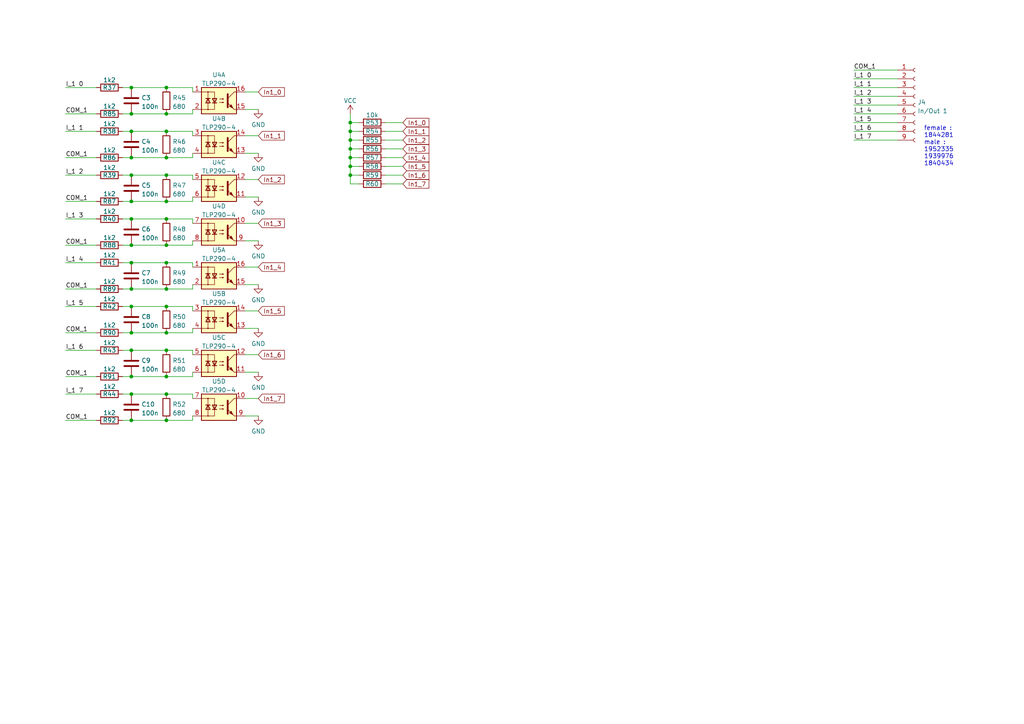
<source format=kicad_sch>
(kicad_sch (version 20230121) (generator eeschema)

  (uuid 68904b3d-b4a1-45e3-8bcb-7829139b78d9)

  (paper "A4")

  (lib_symbols
    (symbol "Connector:Conn_01x09_Female" (pin_names (offset 1.016) hide) (in_bom yes) (on_board yes)
      (property "Reference" "J" (at 0 12.7 0)
        (effects (font (size 1.27 1.27)))
      )
      (property "Value" "Conn_01x09_Female" (at 0 -12.7 0)
        (effects (font (size 1.27 1.27)))
      )
      (property "Footprint" "" (at 0 0 0)
        (effects (font (size 1.27 1.27)) hide)
      )
      (property "Datasheet" "~" (at 0 0 0)
        (effects (font (size 1.27 1.27)) hide)
      )
      (property "ki_keywords" "connector" (at 0 0 0)
        (effects (font (size 1.27 1.27)) hide)
      )
      (property "ki_description" "Generic connector, single row, 01x09, script generated (kicad-library-utils/schlib/autogen/connector/)" (at 0 0 0)
        (effects (font (size 1.27 1.27)) hide)
      )
      (property "ki_fp_filters" "Connector*:*_1x??_*" (at 0 0 0)
        (effects (font (size 1.27 1.27)) hide)
      )
      (symbol "Conn_01x09_Female_1_1"
        (arc (start 0 -9.652) (mid -0.5058 -10.16) (end 0 -10.668)
          (stroke (width 0.1524) (type default))
          (fill (type none))
        )
        (arc (start 0 -7.112) (mid -0.5058 -7.62) (end 0 -8.128)
          (stroke (width 0.1524) (type default))
          (fill (type none))
        )
        (arc (start 0 -4.572) (mid -0.5058 -5.08) (end 0 -5.588)
          (stroke (width 0.1524) (type default))
          (fill (type none))
        )
        (arc (start 0 -2.032) (mid -0.5058 -2.54) (end 0 -3.048)
          (stroke (width 0.1524) (type default))
          (fill (type none))
        )
        (polyline
          (pts
            (xy -1.27 -10.16)
            (xy -0.508 -10.16)
          )
          (stroke (width 0.1524) (type default))
          (fill (type none))
        )
        (polyline
          (pts
            (xy -1.27 -7.62)
            (xy -0.508 -7.62)
          )
          (stroke (width 0.1524) (type default))
          (fill (type none))
        )
        (polyline
          (pts
            (xy -1.27 -5.08)
            (xy -0.508 -5.08)
          )
          (stroke (width 0.1524) (type default))
          (fill (type none))
        )
        (polyline
          (pts
            (xy -1.27 -2.54)
            (xy -0.508 -2.54)
          )
          (stroke (width 0.1524) (type default))
          (fill (type none))
        )
        (polyline
          (pts
            (xy -1.27 0)
            (xy -0.508 0)
          )
          (stroke (width 0.1524) (type default))
          (fill (type none))
        )
        (polyline
          (pts
            (xy -1.27 2.54)
            (xy -0.508 2.54)
          )
          (stroke (width 0.1524) (type default))
          (fill (type none))
        )
        (polyline
          (pts
            (xy -1.27 5.08)
            (xy -0.508 5.08)
          )
          (stroke (width 0.1524) (type default))
          (fill (type none))
        )
        (polyline
          (pts
            (xy -1.27 7.62)
            (xy -0.508 7.62)
          )
          (stroke (width 0.1524) (type default))
          (fill (type none))
        )
        (polyline
          (pts
            (xy -1.27 10.16)
            (xy -0.508 10.16)
          )
          (stroke (width 0.1524) (type default))
          (fill (type none))
        )
        (arc (start 0 0.508) (mid -0.5058 0) (end 0 -0.508)
          (stroke (width 0.1524) (type default))
          (fill (type none))
        )
        (arc (start 0 3.048) (mid -0.5058 2.54) (end 0 2.032)
          (stroke (width 0.1524) (type default))
          (fill (type none))
        )
        (arc (start 0 5.588) (mid -0.5058 5.08) (end 0 4.572)
          (stroke (width 0.1524) (type default))
          (fill (type none))
        )
        (arc (start 0 8.128) (mid -0.5058 7.62) (end 0 7.112)
          (stroke (width 0.1524) (type default))
          (fill (type none))
        )
        (arc (start 0 10.668) (mid -0.5058 10.16) (end 0 9.652)
          (stroke (width 0.1524) (type default))
          (fill (type none))
        )
        (pin passive line (at -5.08 10.16 0) (length 3.81)
          (name "Pin_1" (effects (font (size 1.27 1.27))))
          (number "1" (effects (font (size 1.27 1.27))))
        )
        (pin passive line (at -5.08 7.62 0) (length 3.81)
          (name "Pin_2" (effects (font (size 1.27 1.27))))
          (number "2" (effects (font (size 1.27 1.27))))
        )
        (pin passive line (at -5.08 5.08 0) (length 3.81)
          (name "Pin_3" (effects (font (size 1.27 1.27))))
          (number "3" (effects (font (size 1.27 1.27))))
        )
        (pin passive line (at -5.08 2.54 0) (length 3.81)
          (name "Pin_4" (effects (font (size 1.27 1.27))))
          (number "4" (effects (font (size 1.27 1.27))))
        )
        (pin passive line (at -5.08 0 0) (length 3.81)
          (name "Pin_5" (effects (font (size 1.27 1.27))))
          (number "5" (effects (font (size 1.27 1.27))))
        )
        (pin passive line (at -5.08 -2.54 0) (length 3.81)
          (name "Pin_6" (effects (font (size 1.27 1.27))))
          (number "6" (effects (font (size 1.27 1.27))))
        )
        (pin passive line (at -5.08 -5.08 0) (length 3.81)
          (name "Pin_7" (effects (font (size 1.27 1.27))))
          (number "7" (effects (font (size 1.27 1.27))))
        )
        (pin passive line (at -5.08 -7.62 0) (length 3.81)
          (name "Pin_8" (effects (font (size 1.27 1.27))))
          (number "8" (effects (font (size 1.27 1.27))))
        )
        (pin passive line (at -5.08 -10.16 0) (length 3.81)
          (name "Pin_9" (effects (font (size 1.27 1.27))))
          (number "9" (effects (font (size 1.27 1.27))))
        )
      )
    )
    (symbol "Device:C" (pin_numbers hide) (pin_names (offset 0.254)) (in_bom yes) (on_board yes)
      (property "Reference" "C" (at 0.635 2.54 0)
        (effects (font (size 1.27 1.27)) (justify left))
      )
      (property "Value" "C" (at 0.635 -2.54 0)
        (effects (font (size 1.27 1.27)) (justify left))
      )
      (property "Footprint" "" (at 0.9652 -3.81 0)
        (effects (font (size 1.27 1.27)) hide)
      )
      (property "Datasheet" "~" (at 0 0 0)
        (effects (font (size 1.27 1.27)) hide)
      )
      (property "ki_keywords" "cap capacitor" (at 0 0 0)
        (effects (font (size 1.27 1.27)) hide)
      )
      (property "ki_description" "Unpolarized capacitor" (at 0 0 0)
        (effects (font (size 1.27 1.27)) hide)
      )
      (property "ki_fp_filters" "C_*" (at 0 0 0)
        (effects (font (size 1.27 1.27)) hide)
      )
      (symbol "C_0_1"
        (polyline
          (pts
            (xy -2.032 -0.762)
            (xy 2.032 -0.762)
          )
          (stroke (width 0.508) (type default))
          (fill (type none))
        )
        (polyline
          (pts
            (xy -2.032 0.762)
            (xy 2.032 0.762)
          )
          (stroke (width 0.508) (type default))
          (fill (type none))
        )
      )
      (symbol "C_1_1"
        (pin passive line (at 0 3.81 270) (length 2.794)
          (name "~" (effects (font (size 1.27 1.27))))
          (number "1" (effects (font (size 1.27 1.27))))
        )
        (pin passive line (at 0 -3.81 90) (length 2.794)
          (name "~" (effects (font (size 1.27 1.27))))
          (number "2" (effects (font (size 1.27 1.27))))
        )
      )
    )
    (symbol "Device:R" (pin_numbers hide) (pin_names (offset 0)) (in_bom yes) (on_board yes)
      (property "Reference" "R" (at 2.032 0 90)
        (effects (font (size 1.27 1.27)))
      )
      (property "Value" "R" (at 0 0 90)
        (effects (font (size 1.27 1.27)))
      )
      (property "Footprint" "" (at -1.778 0 90)
        (effects (font (size 1.27 1.27)) hide)
      )
      (property "Datasheet" "~" (at 0 0 0)
        (effects (font (size 1.27 1.27)) hide)
      )
      (property "ki_keywords" "R res resistor" (at 0 0 0)
        (effects (font (size 1.27 1.27)) hide)
      )
      (property "ki_description" "Resistor" (at 0 0 0)
        (effects (font (size 1.27 1.27)) hide)
      )
      (property "ki_fp_filters" "R_*" (at 0 0 0)
        (effects (font (size 1.27 1.27)) hide)
      )
      (symbol "R_0_1"
        (rectangle (start -1.016 -2.54) (end 1.016 2.54)
          (stroke (width 0.254) (type default))
          (fill (type none))
        )
      )
      (symbol "R_1_1"
        (pin passive line (at 0 3.81 270) (length 1.27)
          (name "~" (effects (font (size 1.27 1.27))))
          (number "1" (effects (font (size 1.27 1.27))))
        )
        (pin passive line (at 0 -3.81 90) (length 1.27)
          (name "~" (effects (font (size 1.27 1.27))))
          (number "2" (effects (font (size 1.27 1.27))))
        )
      )
    )
    (symbol "Isolator:TLP290-4" (pin_names (offset 1.016)) (in_bom yes) (on_board yes)
      (property "Reference" "U" (at -5.08 5.08 0)
        (effects (font (size 1.27 1.27)) (justify left))
      )
      (property "Value" "TLP290-4" (at 0 5.08 0)
        (effects (font (size 1.27 1.27)) (justify left))
      )
      (property "Footprint" "Package_SO:SOP-16_4.55x10.3mm_P1.27mm" (at -21.59 -5.08 0)
        (effects (font (size 1.27 1.27) italic) (justify left) hide)
      )
      (property "Datasheet" "https://toshiba.semicon-storage.com/info/docget.jsp?did=12855&prodName=TLP290-4" (at 0.635 0 0)
        (effects (font (size 1.27 1.27)) (justify left) hide)
      )
      (property "ki_keywords" "NPN AC DC Quad Phototransistor Optocoupler" (at 0 0 0)
        (effects (font (size 1.27 1.27)) hide)
      )
      (property "ki_description" "Quad AC/DC Phototransistor Optocoupler, Vce 80V, CTR 50-600%, SOP16" (at 0 0 0)
        (effects (font (size 1.27 1.27)) hide)
      )
      (property "ki_fp_filters" "SOP*4.55x10.3mm*P1.27mm*" (at 0 0 0)
        (effects (font (size 1.27 1.27)) hide)
      )
      (symbol "TLP290-4_0_1"
        (rectangle (start -5.08 3.81) (end 5.08 -3.81)
          (stroke (width 0.254) (type default))
          (fill (type background))
        )
        (circle (center -3.175 -2.54) (radius 0.127)
          (stroke (width 0) (type default))
          (fill (type none))
        )
        (circle (center -3.175 2.54) (radius 0.127)
          (stroke (width 0) (type default))
          (fill (type none))
        )
        (polyline
          (pts
            (xy -3.81 0.635)
            (xy -2.54 0.635)
          )
          (stroke (width 0.254) (type default))
          (fill (type none))
        )
        (polyline
          (pts
            (xy -3.175 -0.635)
            (xy -3.175 -2.54)
          )
          (stroke (width 0) (type default))
          (fill (type none))
        )
        (polyline
          (pts
            (xy -3.175 -0.635)
            (xy -3.175 2.54)
          )
          (stroke (width 0) (type default))
          (fill (type none))
        )
        (polyline
          (pts
            (xy -1.905 -0.635)
            (xy -0.635 -0.635)
          )
          (stroke (width 0.254) (type default))
          (fill (type none))
        )
        (polyline
          (pts
            (xy 2.54 0.635)
            (xy 4.445 2.54)
          )
          (stroke (width 0) (type default))
          (fill (type none))
        )
        (polyline
          (pts
            (xy 4.445 -2.54)
            (xy 2.54 -0.635)
          )
          (stroke (width 0) (type default))
          (fill (type outline))
        )
        (polyline
          (pts
            (xy 4.445 -2.54)
            (xy 5.08 -2.54)
          )
          (stroke (width 0) (type default))
          (fill (type none))
        )
        (polyline
          (pts
            (xy 4.445 2.54)
            (xy 5.08 2.54)
          )
          (stroke (width 0) (type default))
          (fill (type none))
        )
        (polyline
          (pts
            (xy -5.08 2.54)
            (xy -1.27 2.54)
            (xy -1.27 -0.635)
          )
          (stroke (width 0) (type default))
          (fill (type none))
        )
        (polyline
          (pts
            (xy -1.27 -0.635)
            (xy -1.27 -2.54)
            (xy -5.08 -2.54)
          )
          (stroke (width 0) (type default))
          (fill (type none))
        )
        (polyline
          (pts
            (xy 2.54 1.905)
            (xy 2.54 -1.905)
            (xy 2.54 -1.905)
          )
          (stroke (width 0.508) (type default))
          (fill (type none))
        )
        (polyline
          (pts
            (xy -3.175 0.635)
            (xy -3.81 -0.635)
            (xy -2.54 -0.635)
            (xy -3.175 0.635)
          )
          (stroke (width 0.254) (type default))
          (fill (type none))
        )
        (polyline
          (pts
            (xy -1.27 -0.635)
            (xy -1.905 0.635)
            (xy -0.635 0.635)
            (xy -1.27 -0.635)
          )
          (stroke (width 0.254) (type default))
          (fill (type none))
        )
        (polyline
          (pts
            (xy 0.127 -0.508)
            (xy 1.397 -0.508)
            (xy 1.016 -0.635)
            (xy 1.016 -0.381)
            (xy 1.397 -0.508)
          )
          (stroke (width 0) (type default))
          (fill (type none))
        )
        (polyline
          (pts
            (xy 0.127 0.508)
            (xy 1.397 0.508)
            (xy 1.016 0.381)
            (xy 1.016 0.635)
            (xy 1.397 0.508)
          )
          (stroke (width 0) (type default))
          (fill (type none))
        )
        (polyline
          (pts
            (xy 3.048 -1.651)
            (xy 3.556 -1.143)
            (xy 4.064 -2.159)
            (xy 3.048 -1.651)
            (xy 3.048 -1.651)
          )
          (stroke (width 0) (type default))
          (fill (type outline))
        )
      )
      (symbol "TLP290-4_1_1"
        (pin passive line (at -7.62 2.54 0) (length 2.54)
          (name "~" (effects (font (size 1.27 1.27))))
          (number "1" (effects (font (size 1.27 1.27))))
        )
        (pin passive line (at 7.62 -2.54 180) (length 2.54)
          (name "~" (effects (font (size 1.27 1.27))))
          (number "15" (effects (font (size 1.27 1.27))))
        )
        (pin passive line (at 7.62 2.54 180) (length 2.54)
          (name "~" (effects (font (size 1.27 1.27))))
          (number "16" (effects (font (size 1.27 1.27))))
        )
        (pin passive line (at -7.62 -2.54 0) (length 2.54)
          (name "~" (effects (font (size 1.27 1.27))))
          (number "2" (effects (font (size 1.27 1.27))))
        )
      )
      (symbol "TLP290-4_2_1"
        (pin passive line (at 7.62 -2.54 180) (length 2.54)
          (name "~" (effects (font (size 1.27 1.27))))
          (number "13" (effects (font (size 1.27 1.27))))
        )
        (pin passive line (at 7.62 2.54 180) (length 2.54)
          (name "~" (effects (font (size 1.27 1.27))))
          (number "14" (effects (font (size 1.27 1.27))))
        )
        (pin passive line (at -7.62 2.54 0) (length 2.54)
          (name "~" (effects (font (size 1.27 1.27))))
          (number "3" (effects (font (size 1.27 1.27))))
        )
        (pin passive line (at -7.62 -2.54 0) (length 2.54)
          (name "~" (effects (font (size 1.27 1.27))))
          (number "4" (effects (font (size 1.27 1.27))))
        )
      )
      (symbol "TLP290-4_3_1"
        (pin passive line (at 7.62 -2.54 180) (length 2.54)
          (name "~" (effects (font (size 1.27 1.27))))
          (number "11" (effects (font (size 1.27 1.27))))
        )
        (pin passive line (at 7.62 2.54 180) (length 2.54)
          (name "~" (effects (font (size 1.27 1.27))))
          (number "12" (effects (font (size 1.27 1.27))))
        )
        (pin passive line (at -7.62 2.54 0) (length 2.54)
          (name "~" (effects (font (size 1.27 1.27))))
          (number "5" (effects (font (size 1.27 1.27))))
        )
        (pin passive line (at -7.62 -2.54 0) (length 2.54)
          (name "~" (effects (font (size 1.27 1.27))))
          (number "6" (effects (font (size 1.27 1.27))))
        )
      )
      (symbol "TLP290-4_4_1"
        (pin passive line (at 7.62 2.54 180) (length 2.54)
          (name "~" (effects (font (size 1.27 1.27))))
          (number "10" (effects (font (size 1.27 1.27))))
        )
        (pin passive line (at -7.62 2.54 0) (length 2.54)
          (name "~" (effects (font (size 1.27 1.27))))
          (number "7" (effects (font (size 1.27 1.27))))
        )
        (pin passive line (at -7.62 -2.54 0) (length 2.54)
          (name "~" (effects (font (size 1.27 1.27))))
          (number "8" (effects (font (size 1.27 1.27))))
        )
        (pin passive line (at 7.62 -2.54 180) (length 2.54)
          (name "~" (effects (font (size 1.27 1.27))))
          (number "9" (effects (font (size 1.27 1.27))))
        )
      )
    )
    (symbol "power:GND" (power) (pin_names (offset 0)) (in_bom yes) (on_board yes)
      (property "Reference" "#PWR" (at 0 -6.35 0)
        (effects (font (size 1.27 1.27)) hide)
      )
      (property "Value" "GND" (at 0 -3.81 0)
        (effects (font (size 1.27 1.27)))
      )
      (property "Footprint" "" (at 0 0 0)
        (effects (font (size 1.27 1.27)) hide)
      )
      (property "Datasheet" "" (at 0 0 0)
        (effects (font (size 1.27 1.27)) hide)
      )
      (property "ki_keywords" "power-flag" (at 0 0 0)
        (effects (font (size 1.27 1.27)) hide)
      )
      (property "ki_description" "Power symbol creates a global label with name \"GND\" , ground" (at 0 0 0)
        (effects (font (size 1.27 1.27)) hide)
      )
      (symbol "GND_0_1"
        (polyline
          (pts
            (xy 0 0)
            (xy 0 -1.27)
            (xy 1.27 -1.27)
            (xy 0 -2.54)
            (xy -1.27 -1.27)
            (xy 0 -1.27)
          )
          (stroke (width 0) (type default))
          (fill (type none))
        )
      )
      (symbol "GND_1_1"
        (pin power_in line (at 0 0 270) (length 0) hide
          (name "GND" (effects (font (size 1.27 1.27))))
          (number "1" (effects (font (size 1.27 1.27))))
        )
      )
    )
    (symbol "power:VCC" (power) (pin_names (offset 0)) (in_bom yes) (on_board yes)
      (property "Reference" "#PWR" (at 0 -3.81 0)
        (effects (font (size 1.27 1.27)) hide)
      )
      (property "Value" "VCC" (at 0 3.81 0)
        (effects (font (size 1.27 1.27)))
      )
      (property "Footprint" "" (at 0 0 0)
        (effects (font (size 1.27 1.27)) hide)
      )
      (property "Datasheet" "" (at 0 0 0)
        (effects (font (size 1.27 1.27)) hide)
      )
      (property "ki_keywords" "power-flag" (at 0 0 0)
        (effects (font (size 1.27 1.27)) hide)
      )
      (property "ki_description" "Power symbol creates a global label with name \"VCC\"" (at 0 0 0)
        (effects (font (size 1.27 1.27)) hide)
      )
      (symbol "VCC_0_1"
        (polyline
          (pts
            (xy -0.762 1.27)
            (xy 0 2.54)
          )
          (stroke (width 0) (type default))
          (fill (type none))
        )
        (polyline
          (pts
            (xy 0 0)
            (xy 0 2.54)
          )
          (stroke (width 0) (type default))
          (fill (type none))
        )
        (polyline
          (pts
            (xy 0 2.54)
            (xy 0.762 1.27)
          )
          (stroke (width 0) (type default))
          (fill (type none))
        )
      )
      (symbol "VCC_1_1"
        (pin power_in line (at 0 0 90) (length 0) hide
          (name "VCC" (effects (font (size 1.27 1.27))))
          (number "1" (effects (font (size 1.27 1.27))))
        )
      )
    )
  )

  (junction (at 101.6 43.18) (diameter 0) (color 0 0 0 0)
    (uuid 0a4c6fb7-acaa-4342-8ed0-9251dcd8f734)
  )
  (junction (at 48.26 33.02) (diameter 0) (color 0 0 0 0)
    (uuid 165aceff-e3db-495e-b867-468f6015099c)
  )
  (junction (at 48.26 25.4) (diameter 0) (color 0 0 0 0)
    (uuid 1c39a7cd-ea3f-4889-8c4d-495f2919607f)
  )
  (junction (at 38.1 38.1) (diameter 0) (color 0 0 0 0)
    (uuid 2091a58e-7549-41ae-a0a2-2fbdc91bdd7f)
  )
  (junction (at 38.1 58.42) (diameter 0) (color 0 0 0 0)
    (uuid 22489536-ce39-4a95-b503-7443612264f9)
  )
  (junction (at 38.1 45.72) (diameter 0) (color 0 0 0 0)
    (uuid 27ded058-958e-457d-a30b-6f69eae5862b)
  )
  (junction (at 101.6 40.64) (diameter 0) (color 0 0 0 0)
    (uuid 32a6fabb-d541-4d6c-b40f-0a6d8bb6ec90)
  )
  (junction (at 101.6 45.72) (diameter 0) (color 0 0 0 0)
    (uuid 37e2031a-ebc3-47da-9005-ff465f977ece)
  )
  (junction (at 48.26 121.92) (diameter 0) (color 0 0 0 0)
    (uuid 44159c1f-0cad-4f36-9ba3-1dc40207d1f8)
  )
  (junction (at 101.6 35.56) (diameter 0) (color 0 0 0 0)
    (uuid 4cb5b905-c346-445f-aaff-b2b6223a61a8)
  )
  (junction (at 38.1 109.22) (diameter 0) (color 0 0 0 0)
    (uuid 5a78bdc1-9396-4f42-841a-46b3f06bcd9d)
  )
  (junction (at 38.1 121.92) (diameter 0) (color 0 0 0 0)
    (uuid 5c590bd8-e76e-42d9-9408-2e9988ee260a)
  )
  (junction (at 38.1 76.2) (diameter 0) (color 0 0 0 0)
    (uuid 682c7ed0-cb34-4038-976e-99d52178e5e8)
  )
  (junction (at 48.26 58.42) (diameter 0) (color 0 0 0 0)
    (uuid 72664ec9-9094-493c-9088-3bbfa74f80a0)
  )
  (junction (at 101.6 50.8) (diameter 0) (color 0 0 0 0)
    (uuid 7d84f8d6-b874-4476-bd78-1ddc0593d540)
  )
  (junction (at 38.1 114.3) (diameter 0) (color 0 0 0 0)
    (uuid 8041c036-5c1d-4bd0-a913-f255d7aa7d7a)
  )
  (junction (at 48.26 88.9) (diameter 0) (color 0 0 0 0)
    (uuid 826ccf7e-4237-4c6b-b1e1-03cad536c306)
  )
  (junction (at 48.26 45.72) (diameter 0) (color 0 0 0 0)
    (uuid 83230f07-58c5-486d-b811-69bb13d03ad4)
  )
  (junction (at 48.26 101.6) (diameter 0) (color 0 0 0 0)
    (uuid 8d91fd2c-c1ed-4348-8c6f-97cbde988feb)
  )
  (junction (at 48.26 38.1) (diameter 0) (color 0 0 0 0)
    (uuid 8e3989fd-2594-46cb-8eba-5e4108667b1b)
  )
  (junction (at 48.26 114.3) (diameter 0) (color 0 0 0 0)
    (uuid 97d09bef-7848-44cb-8ed2-e31aeef5fe89)
  )
  (junction (at 101.6 48.26) (diameter 0) (color 0 0 0 0)
    (uuid 99237f5b-3105-434c-a9c7-e8af07722ee6)
  )
  (junction (at 38.1 25.4) (diameter 0) (color 0 0 0 0)
    (uuid a73ab33f-244f-432e-8e34-0abb6d8a9160)
  )
  (junction (at 38.1 83.82) (diameter 0) (color 0 0 0 0)
    (uuid b34038ba-ca3e-4d25-adb5-aab15c4cf7f8)
  )
  (junction (at 38.1 71.12) (diameter 0) (color 0 0 0 0)
    (uuid b4b7e3af-6275-4d4c-acc0-3e86459cc6ea)
  )
  (junction (at 48.26 71.12) (diameter 0) (color 0 0 0 0)
    (uuid ba53fb3a-f201-4138-b2c0-67fdba4f621d)
  )
  (junction (at 48.26 50.8) (diameter 0) (color 0 0 0 0)
    (uuid bff73a6a-8954-4ded-b254-23022f683ba2)
  )
  (junction (at 48.26 109.22) (diameter 0) (color 0 0 0 0)
    (uuid c361040f-152e-4406-9d4b-15d69e27b525)
  )
  (junction (at 38.1 88.9) (diameter 0) (color 0 0 0 0)
    (uuid c661ebc2-d118-4822-a8b0-9f9086f4357b)
  )
  (junction (at 38.1 101.6) (diameter 0) (color 0 0 0 0)
    (uuid ce2e0ba0-80c8-4a12-be8c-aacf41538dab)
  )
  (junction (at 38.1 63.5) (diameter 0) (color 0 0 0 0)
    (uuid d5428f1e-dd78-4ca9-9d2f-34c952d6b5d2)
  )
  (junction (at 48.26 76.2) (diameter 0) (color 0 0 0 0)
    (uuid dab4f7f4-ef99-4f01-9ce0-4bcffd5c1976)
  )
  (junction (at 48.26 63.5) (diameter 0) (color 0 0 0 0)
    (uuid dbe203c5-4be2-469a-9892-774a701bbc69)
  )
  (junction (at 101.6 38.1) (diameter 0) (color 0 0 0 0)
    (uuid de22a763-8801-4970-aadf-a203f17e6a27)
  )
  (junction (at 38.1 96.52) (diameter 0) (color 0 0 0 0)
    (uuid e09689b7-3d5f-47b5-9693-24a565c6f947)
  )
  (junction (at 38.1 50.8) (diameter 0) (color 0 0 0 0)
    (uuid e3d05de9-3c97-4279-9c83-51c369b0ba9b)
  )
  (junction (at 38.1 33.02) (diameter 0) (color 0 0 0 0)
    (uuid e6209e61-98d2-4d3c-8198-4db6b4316c27)
  )
  (junction (at 48.26 96.52) (diameter 0) (color 0 0 0 0)
    (uuid f96ed864-e694-45a2-b2d7-3758dc3e7dd0)
  )
  (junction (at 48.26 83.82) (diameter 0) (color 0 0 0 0)
    (uuid fd4f5a86-a26c-4085-9b93-ba5efc310c78)
  )

  (wire (pts (xy 55.88 96.52) (xy 55.88 95.25))
    (stroke (width 0) (type default))
    (uuid 03c6121d-13ec-4228-ab67-b7800e3d9371)
  )
  (wire (pts (xy 55.88 71.12) (xy 55.88 69.85))
    (stroke (width 0) (type default))
    (uuid 050a4fc4-0df5-4ae4-8bae-2cc3a1f491b8)
  )
  (wire (pts (xy 55.88 109.22) (xy 55.88 107.95))
    (stroke (width 0) (type default))
    (uuid 064a69c5-ae5a-4ea8-9c53-7bc01dd30e5c)
  )
  (wire (pts (xy 55.88 101.6) (xy 55.88 102.87))
    (stroke (width 0) (type default))
    (uuid 0835e70b-17c4-406c-b39f-339ec2dc8f39)
  )
  (wire (pts (xy 38.1 83.82) (xy 48.26 83.82))
    (stroke (width 0) (type default))
    (uuid 0ca4db79-1833-4e96-9d21-a78442ddc465)
  )
  (wire (pts (xy 38.1 121.92) (xy 48.26 121.92))
    (stroke (width 0) (type default))
    (uuid 0caecc20-f68d-4668-bbc8-c6b6aa89b3c3)
  )
  (wire (pts (xy 247.65 33.02) (xy 260.35 33.02))
    (stroke (width 0) (type default))
    (uuid 12c80210-8908-4719-9985-edcf45bc33aa)
  )
  (wire (pts (xy 111.76 43.18) (xy 116.84 43.18))
    (stroke (width 0) (type default))
    (uuid 140e2cb7-38bc-4618-b50d-25d4c4de5278)
  )
  (wire (pts (xy 35.56 71.12) (xy 38.1 71.12))
    (stroke (width 0) (type default))
    (uuid 158c991b-b2ec-46f5-80d3-195cba79cea6)
  )
  (wire (pts (xy 55.88 83.82) (xy 55.88 82.55))
    (stroke (width 0) (type default))
    (uuid 1831fad6-291f-4b85-887b-34a5e603b6ed)
  )
  (wire (pts (xy 48.26 38.1) (xy 55.88 38.1))
    (stroke (width 0) (type default))
    (uuid 1c397a73-2e4e-40d0-bb04-6157e5223853)
  )
  (wire (pts (xy 71.12 69.85) (xy 74.93 69.85))
    (stroke (width 0) (type default))
    (uuid 236ce96e-d617-4ebd-ada6-7502afc5466d)
  )
  (wire (pts (xy 101.6 43.18) (xy 104.14 43.18))
    (stroke (width 0) (type default))
    (uuid 255cb2fa-cf55-45fa-a8f2-6a92ce07c26b)
  )
  (wire (pts (xy 19.05 33.02) (xy 27.94 33.02))
    (stroke (width 0) (type default))
    (uuid 25785616-5034-4f6c-95db-fcf382852e1a)
  )
  (wire (pts (xy 48.26 63.5) (xy 55.88 63.5))
    (stroke (width 0) (type default))
    (uuid 277f05e1-ec45-4ac7-b18f-0fcda11d0811)
  )
  (wire (pts (xy 101.6 38.1) (xy 101.6 40.64))
    (stroke (width 0) (type default))
    (uuid 2794aefc-e579-44e5-b45c-53522b179147)
  )
  (wire (pts (xy 35.56 96.52) (xy 38.1 96.52))
    (stroke (width 0) (type default))
    (uuid 28423d9a-b627-4c9d-b2b1-2799082c319b)
  )
  (wire (pts (xy 19.05 101.6) (xy 27.94 101.6))
    (stroke (width 0) (type default))
    (uuid 2a9f4331-36ba-4d2c-bc08-ac45f9eaeded)
  )
  (wire (pts (xy 38.1 71.12) (xy 48.26 71.12))
    (stroke (width 0) (type default))
    (uuid 2bc3c23f-9d5c-4656-a506-069835b227d5)
  )
  (wire (pts (xy 111.76 38.1) (xy 116.84 38.1))
    (stroke (width 0) (type default))
    (uuid 2d159e00-dd16-49bc-aac4-49553bc7a3b8)
  )
  (wire (pts (xy 38.1 58.42) (xy 48.26 58.42))
    (stroke (width 0) (type default))
    (uuid 333430f6-8ec0-4cb0-bf43-0893ad1755db)
  )
  (wire (pts (xy 35.56 109.22) (xy 38.1 109.22))
    (stroke (width 0) (type default))
    (uuid 336a8220-16cb-4f6d-b034-0b265ba6b03b)
  )
  (wire (pts (xy 101.6 38.1) (xy 104.14 38.1))
    (stroke (width 0) (type default))
    (uuid 358fc32c-2022-4687-a36e-c9da3998b113)
  )
  (wire (pts (xy 55.88 76.2) (xy 55.88 77.47))
    (stroke (width 0) (type default))
    (uuid 371b97b7-6e5e-4de4-808c-1e4494dd2952)
  )
  (wire (pts (xy 19.05 38.1) (xy 27.94 38.1))
    (stroke (width 0) (type default))
    (uuid 3742ea3d-e9ce-483c-80b6-7e8ee7f5421e)
  )
  (wire (pts (xy 111.76 48.26) (xy 116.84 48.26))
    (stroke (width 0) (type default))
    (uuid 3751f6b6-cbe9-4ea1-ab83-1149ee991583)
  )
  (wire (pts (xy 19.05 25.4) (xy 27.94 25.4))
    (stroke (width 0) (type default))
    (uuid 37ee1735-fbf3-4597-ba52-4d9a52e50611)
  )
  (wire (pts (xy 71.12 115.57) (xy 74.93 115.57))
    (stroke (width 0) (type default))
    (uuid 38480dce-6b8f-48d3-81cc-b94ded00ced9)
  )
  (wire (pts (xy 71.12 64.77) (xy 74.93 64.77))
    (stroke (width 0) (type default))
    (uuid 39fca6e3-5afe-48f2-897c-9695900b6df9)
  )
  (wire (pts (xy 38.1 25.4) (xy 48.26 25.4))
    (stroke (width 0) (type default))
    (uuid 3b45409f-a5b0-4c1a-8e41-94b52a117e76)
  )
  (wire (pts (xy 247.65 27.94) (xy 260.35 27.94))
    (stroke (width 0) (type default))
    (uuid 3bcf6b4e-55c6-4db5-ad6b-bbfefe863d37)
  )
  (wire (pts (xy 48.26 88.9) (xy 55.88 88.9))
    (stroke (width 0) (type default))
    (uuid 3ebab21e-5407-4fe8-80b2-544de20985cc)
  )
  (wire (pts (xy 71.12 120.65) (xy 74.93 120.65))
    (stroke (width 0) (type default))
    (uuid 43699818-6af7-4ea0-9771-0c736709041f)
  )
  (wire (pts (xy 101.6 33.02) (xy 101.6 35.56))
    (stroke (width 0) (type default))
    (uuid 46e5fa56-f8c0-411b-9b59-a3c6d674c895)
  )
  (wire (pts (xy 38.1 63.5) (xy 48.26 63.5))
    (stroke (width 0) (type default))
    (uuid 47a52d77-b8c0-486e-ac70-8103075a5923)
  )
  (wire (pts (xy 38.1 109.22) (xy 48.26 109.22))
    (stroke (width 0) (type default))
    (uuid 48516158-5273-4a01-bd1b-4c023ed43403)
  )
  (wire (pts (xy 71.12 107.95) (xy 74.93 107.95))
    (stroke (width 0) (type default))
    (uuid 4e21baad-ecfb-4ace-bed7-b74cf4cbd8d7)
  )
  (wire (pts (xy 71.12 95.25) (xy 74.93 95.25))
    (stroke (width 0) (type default))
    (uuid 5060bd4b-8e46-46ce-bcdf-f4b04a01c0b5)
  )
  (wire (pts (xy 71.12 52.07) (xy 74.93 52.07))
    (stroke (width 0) (type default))
    (uuid 52b100f7-4b48-4af4-bf0a-4df4b5991ead)
  )
  (wire (pts (xy 35.56 101.6) (xy 38.1 101.6))
    (stroke (width 0) (type default))
    (uuid 55408ec5-710b-4f90-9ed5-0f1f24765789)
  )
  (wire (pts (xy 38.1 88.9) (xy 48.26 88.9))
    (stroke (width 0) (type default))
    (uuid 5964bd36-ee2b-4dd1-a9d8-2e42f8dbf8f7)
  )
  (wire (pts (xy 35.56 25.4) (xy 38.1 25.4))
    (stroke (width 0) (type default))
    (uuid 5b0b41c7-4171-4243-9611-1547a0637b48)
  )
  (wire (pts (xy 247.65 30.48) (xy 260.35 30.48))
    (stroke (width 0) (type default))
    (uuid 5c35efab-b31e-4c80-8f2b-4822584e4f5e)
  )
  (wire (pts (xy 55.88 88.9) (xy 55.88 90.17))
    (stroke (width 0) (type default))
    (uuid 5e48e282-a22d-4bc8-95a4-2d7b7a079f04)
  )
  (wire (pts (xy 55.88 63.5) (xy 55.88 64.77))
    (stroke (width 0) (type default))
    (uuid 5e9fe675-601f-4f36-8477-84aeadaf43ca)
  )
  (wire (pts (xy 38.1 101.6) (xy 48.26 101.6))
    (stroke (width 0) (type default))
    (uuid 602e216c-7242-44d5-a285-838e0c02dc93)
  )
  (wire (pts (xy 38.1 45.72) (xy 48.26 45.72))
    (stroke (width 0) (type default))
    (uuid 62a78f11-796d-434c-ade3-eaa733c8187e)
  )
  (wire (pts (xy 101.6 48.26) (xy 104.14 48.26))
    (stroke (width 0) (type default))
    (uuid 665511dd-0a8f-41d1-86b5-dd2a26c9d79f)
  )
  (wire (pts (xy 35.56 50.8) (xy 38.1 50.8))
    (stroke (width 0) (type default))
    (uuid 6a174f52-38b5-410c-a859-43dc2aab37a7)
  )
  (wire (pts (xy 19.05 96.52) (xy 27.94 96.52))
    (stroke (width 0) (type default))
    (uuid 709810d9-4721-4d3f-8de2-d30eadfbdc46)
  )
  (wire (pts (xy 247.65 22.86) (xy 260.35 22.86))
    (stroke (width 0) (type default))
    (uuid 72ec4cab-1408-45e0-9928-f01f332eb5ea)
  )
  (wire (pts (xy 48.26 96.52) (xy 55.88 96.52))
    (stroke (width 0) (type default))
    (uuid 7878365f-6373-48f2-8053-5b23769e4bff)
  )
  (wire (pts (xy 35.56 88.9) (xy 38.1 88.9))
    (stroke (width 0) (type default))
    (uuid 792af005-85fe-4a5b-a52c-18787fa483b6)
  )
  (wire (pts (xy 247.65 35.56) (xy 260.35 35.56))
    (stroke (width 0) (type default))
    (uuid 7af7447d-59ce-49a8-b29a-e9b776f78f9a)
  )
  (wire (pts (xy 19.05 88.9) (xy 27.94 88.9))
    (stroke (width 0) (type default))
    (uuid 7c24da0b-74df-4d00-9401-bd1dd7a0b2ed)
  )
  (wire (pts (xy 71.12 44.45) (xy 74.93 44.45))
    (stroke (width 0) (type default))
    (uuid 7cd06283-09ca-44b5-ac15-3fea3ed1264e)
  )
  (wire (pts (xy 38.1 33.02) (xy 48.26 33.02))
    (stroke (width 0) (type default))
    (uuid 7d1d2be0-1745-4d00-81ca-787b99e0dfcc)
  )
  (wire (pts (xy 101.6 45.72) (xy 104.14 45.72))
    (stroke (width 0) (type default))
    (uuid 82a5b66c-7042-40ed-8ef3-445bc6d610d7)
  )
  (wire (pts (xy 38.1 38.1) (xy 48.26 38.1))
    (stroke (width 0) (type default))
    (uuid 83cbe8dd-13fc-45ae-8eb1-f995dbc2225c)
  )
  (wire (pts (xy 48.26 50.8) (xy 55.88 50.8))
    (stroke (width 0) (type default))
    (uuid 86b22a21-9528-4ed2-8280-c893009f25f9)
  )
  (wire (pts (xy 48.26 58.42) (xy 55.88 58.42))
    (stroke (width 0) (type default))
    (uuid 89074ea3-36fb-4173-b788-dcb251a3a0c5)
  )
  (wire (pts (xy 19.05 114.3) (xy 27.94 114.3))
    (stroke (width 0) (type default))
    (uuid 8981410a-0aa7-45a4-9617-e1020301fa36)
  )
  (wire (pts (xy 104.14 53.34) (xy 101.6 53.34))
    (stroke (width 0) (type default))
    (uuid 92ed566d-7a0e-4a29-87d7-c749e9c9fc8b)
  )
  (wire (pts (xy 101.6 40.64) (xy 104.14 40.64))
    (stroke (width 0) (type default))
    (uuid 93a90e8f-90a4-4d77-b96d-1e510de4ea85)
  )
  (wire (pts (xy 247.65 38.1) (xy 260.35 38.1))
    (stroke (width 0) (type default))
    (uuid 94051992-59ba-42a1-b5e3-1d0b8a42854f)
  )
  (wire (pts (xy 101.6 35.56) (xy 101.6 38.1))
    (stroke (width 0) (type default))
    (uuid 946a664f-2a37-449d-bac1-02c9d59b2753)
  )
  (wire (pts (xy 19.05 63.5) (xy 27.94 63.5))
    (stroke (width 0) (type default))
    (uuid 950ed569-c266-4488-83db-9881671bf808)
  )
  (wire (pts (xy 101.6 35.56) (xy 104.14 35.56))
    (stroke (width 0) (type default))
    (uuid 9a3bc5c0-0373-4745-8942-625caf695642)
  )
  (wire (pts (xy 71.12 102.87) (xy 74.93 102.87))
    (stroke (width 0) (type default))
    (uuid 9e9d4999-7e94-482c-969b-df660962f872)
  )
  (wire (pts (xy 35.56 114.3) (xy 38.1 114.3))
    (stroke (width 0) (type default))
    (uuid 9f70e14e-4a46-44a7-a64f-02f99b5064d7)
  )
  (wire (pts (xy 247.65 25.4) (xy 260.35 25.4))
    (stroke (width 0) (type default))
    (uuid a08724fa-dc20-4457-8cfb-07ea0c85a2a2)
  )
  (wire (pts (xy 101.6 40.64) (xy 101.6 43.18))
    (stroke (width 0) (type default))
    (uuid a35daf84-cbce-43a9-9d6f-913f93248b82)
  )
  (wire (pts (xy 48.26 76.2) (xy 55.88 76.2))
    (stroke (width 0) (type default))
    (uuid a3d12ceb-7da2-4bd9-9a2f-a023ad3b3673)
  )
  (wire (pts (xy 55.88 114.3) (xy 55.88 115.57))
    (stroke (width 0) (type default))
    (uuid a423a1d0-2b2a-49c5-92bc-768809a79839)
  )
  (wire (pts (xy 19.05 71.12) (xy 27.94 71.12))
    (stroke (width 0) (type default))
    (uuid a5276058-ce89-4346-b706-fa2e503d5d42)
  )
  (wire (pts (xy 55.88 58.42) (xy 55.88 57.15))
    (stroke (width 0) (type default))
    (uuid a589fedf-1d99-47cb-bef5-90962b146099)
  )
  (wire (pts (xy 19.05 76.2) (xy 27.94 76.2))
    (stroke (width 0) (type default))
    (uuid a9f64f16-195c-47d4-b6e2-6832be9e3460)
  )
  (wire (pts (xy 35.56 38.1) (xy 38.1 38.1))
    (stroke (width 0) (type default))
    (uuid aa02b5a6-f136-4298-b71e-15a302364b06)
  )
  (wire (pts (xy 55.88 121.92) (xy 55.88 120.65))
    (stroke (width 0) (type default))
    (uuid abab9922-9a30-46b1-9626-509f62210e06)
  )
  (wire (pts (xy 38.1 50.8) (xy 48.26 50.8))
    (stroke (width 0) (type default))
    (uuid ad9338ac-5771-4be5-8b95-94d5f1a34edb)
  )
  (wire (pts (xy 35.56 58.42) (xy 38.1 58.42))
    (stroke (width 0) (type default))
    (uuid af9f33f2-6559-49c1-8874-7aa9fc4eec8b)
  )
  (wire (pts (xy 48.26 121.92) (xy 55.88 121.92))
    (stroke (width 0) (type default))
    (uuid aff4cf1f-7b45-4370-8ff4-1a211f9576bb)
  )
  (wire (pts (xy 111.76 45.72) (xy 116.84 45.72))
    (stroke (width 0) (type default))
    (uuid b04a352c-a6d8-4728-8ae6-d313890138bd)
  )
  (wire (pts (xy 48.26 83.82) (xy 55.88 83.82))
    (stroke (width 0) (type default))
    (uuid b0cf4b54-c799-44f2-a080-c2aeb94ea0f6)
  )
  (wire (pts (xy 19.05 50.8) (xy 27.94 50.8))
    (stroke (width 0) (type default))
    (uuid b50873e6-af67-44fa-b424-66b24e8211ec)
  )
  (wire (pts (xy 19.05 121.92) (xy 27.94 121.92))
    (stroke (width 0) (type default))
    (uuid b6f713ef-de28-4eda-a5ca-a50392ddf307)
  )
  (wire (pts (xy 48.26 109.22) (xy 55.88 109.22))
    (stroke (width 0) (type default))
    (uuid b79ee825-fcbf-480f-9156-0aa8347f3089)
  )
  (wire (pts (xy 48.26 25.4) (xy 55.88 25.4))
    (stroke (width 0) (type default))
    (uuid b96232db-104d-4ba3-a115-f83728b6e550)
  )
  (wire (pts (xy 38.1 76.2) (xy 48.26 76.2))
    (stroke (width 0) (type default))
    (uuid b974d941-4bf0-4338-a688-6758538cc4e1)
  )
  (wire (pts (xy 111.76 35.56) (xy 116.84 35.56))
    (stroke (width 0) (type default))
    (uuid b9ff83c2-28ea-4bd9-b2cb-3cc7480a3414)
  )
  (wire (pts (xy 55.88 25.4) (xy 55.88 26.67))
    (stroke (width 0) (type default))
    (uuid bb13b3cd-e58b-480b-86b0-70b0e6f9522a)
  )
  (wire (pts (xy 55.88 38.1) (xy 55.88 39.37))
    (stroke (width 0) (type default))
    (uuid bd065113-a124-463d-85b7-c7eb7334122a)
  )
  (wire (pts (xy 35.56 76.2) (xy 38.1 76.2))
    (stroke (width 0) (type default))
    (uuid bd5e1f8c-1ca3-4082-aa5f-cf31a0656fab)
  )
  (wire (pts (xy 111.76 50.8) (xy 116.84 50.8))
    (stroke (width 0) (type default))
    (uuid be9b5e7f-4d51-4da9-a528-38424c30b23c)
  )
  (wire (pts (xy 38.1 96.52) (xy 48.26 96.52))
    (stroke (width 0) (type default))
    (uuid c1579a3d-275e-42ae-bcb4-ac79266d5b2d)
  )
  (wire (pts (xy 111.76 53.34) (xy 116.84 53.34))
    (stroke (width 0) (type default))
    (uuid c460b110-4b5b-4749-b40f-d55344548927)
  )
  (wire (pts (xy 48.26 45.72) (xy 55.88 45.72))
    (stroke (width 0) (type default))
    (uuid c5d15511-74f6-49b5-965d-6e3b038905a1)
  )
  (wire (pts (xy 48.26 101.6) (xy 55.88 101.6))
    (stroke (width 0) (type default))
    (uuid c6246f85-6587-4428-a10c-332c6ec0ccee)
  )
  (wire (pts (xy 19.05 58.42) (xy 27.94 58.42))
    (stroke (width 0) (type default))
    (uuid c8f140e2-c24c-4a3d-b1e5-c2a1a875ee14)
  )
  (wire (pts (xy 55.88 33.02) (xy 55.88 31.75))
    (stroke (width 0) (type default))
    (uuid c9cc0e96-6b9c-463b-8575-c44e5db9c182)
  )
  (wire (pts (xy 101.6 43.18) (xy 101.6 45.72))
    (stroke (width 0) (type default))
    (uuid ca32d818-7002-4d23-9ebf-7627ef15bb87)
  )
  (wire (pts (xy 55.88 45.72) (xy 55.88 44.45))
    (stroke (width 0) (type default))
    (uuid ce18eae3-c419-4c16-a896-927e5eb35ebf)
  )
  (wire (pts (xy 48.26 71.12) (xy 55.88 71.12))
    (stroke (width 0) (type default))
    (uuid cfd9d007-ea81-4ee4-a9db-03a5e9a9d5ad)
  )
  (wire (pts (xy 71.12 39.37) (xy 74.93 39.37))
    (stroke (width 0) (type default))
    (uuid d0d65af4-4a3e-4f5d-a7c5-473ae4f362cd)
  )
  (wire (pts (xy 247.65 20.32) (xy 260.35 20.32))
    (stroke (width 0) (type default))
    (uuid d201a8ed-f218-4016-86a1-70ff865805bb)
  )
  (wire (pts (xy 35.56 63.5) (xy 38.1 63.5))
    (stroke (width 0) (type default))
    (uuid d250d4a5-9497-4196-b755-e2ef7c9088ca)
  )
  (wire (pts (xy 71.12 31.75) (xy 74.93 31.75))
    (stroke (width 0) (type default))
    (uuid d4cc0803-9f55-436f-9e8b-a5fab0595a16)
  )
  (wire (pts (xy 111.76 40.64) (xy 116.84 40.64))
    (stroke (width 0) (type default))
    (uuid d78f6e2a-8425-414b-99e9-1d02f8ba9eb4)
  )
  (wire (pts (xy 101.6 45.72) (xy 101.6 48.26))
    (stroke (width 0) (type default))
    (uuid d8f93ff9-67bd-4662-94ae-2a33502f99e8)
  )
  (wire (pts (xy 101.6 50.8) (xy 101.6 53.34))
    (stroke (width 0) (type default))
    (uuid dc0654b5-5063-4b86-8fc5-997c050a9a5b)
  )
  (wire (pts (xy 48.26 33.02) (xy 55.88 33.02))
    (stroke (width 0) (type default))
    (uuid dd8a210f-2950-454b-86d2-5744419b406b)
  )
  (wire (pts (xy 71.12 90.17) (xy 74.93 90.17))
    (stroke (width 0) (type default))
    (uuid deedab02-02d6-4f90-b2e1-40eba55e2599)
  )
  (wire (pts (xy 55.88 50.8) (xy 55.88 52.07))
    (stroke (width 0) (type default))
    (uuid dfca7762-0937-4e33-9c72-af0b4e8ecfe9)
  )
  (wire (pts (xy 71.12 82.55) (xy 74.93 82.55))
    (stroke (width 0) (type default))
    (uuid e1834909-196a-4ea9-b6c1-8abb184f9346)
  )
  (wire (pts (xy 48.26 114.3) (xy 55.88 114.3))
    (stroke (width 0) (type default))
    (uuid e2874edc-4b14-4bef-b37e-7e5a7acdd80d)
  )
  (wire (pts (xy 71.12 77.47) (xy 74.93 77.47))
    (stroke (width 0) (type default))
    (uuid eac772fe-8969-4bbc-acaf-282fada046ca)
  )
  (wire (pts (xy 71.12 26.67) (xy 74.93 26.67))
    (stroke (width 0) (type default))
    (uuid ebc475a4-57e2-41ea-9550-1b8bbda22fc8)
  )
  (wire (pts (xy 35.56 121.92) (xy 38.1 121.92))
    (stroke (width 0) (type default))
    (uuid ed361c67-acb9-46cf-b5ac-83a36a306fce)
  )
  (wire (pts (xy 19.05 83.82) (xy 27.94 83.82))
    (stroke (width 0) (type default))
    (uuid ee3d37ba-f4c7-40ca-baf2-bdf6b5ebbd52)
  )
  (wire (pts (xy 35.56 33.02) (xy 38.1 33.02))
    (stroke (width 0) (type default))
    (uuid f0779145-5ec7-4507-9fa8-8c1cc8dfa04b)
  )
  (wire (pts (xy 71.12 57.15) (xy 74.93 57.15))
    (stroke (width 0) (type default))
    (uuid f35713fd-528f-4788-a650-d63307eafc92)
  )
  (wire (pts (xy 38.1 114.3) (xy 48.26 114.3))
    (stroke (width 0) (type default))
    (uuid f399aa45-131e-4483-ae9e-2697a7d7f221)
  )
  (wire (pts (xy 101.6 50.8) (xy 104.14 50.8))
    (stroke (width 0) (type default))
    (uuid f4d36996-327d-4ac5-a932-1d34481f9c1c)
  )
  (wire (pts (xy 35.56 45.72) (xy 38.1 45.72))
    (stroke (width 0) (type default))
    (uuid f816cf34-f73b-48ff-b261-223914b8d7e8)
  )
  (wire (pts (xy 35.56 83.82) (xy 38.1 83.82))
    (stroke (width 0) (type default))
    (uuid f85975ab-ddff-4718-ac8b-d9178b7f2154)
  )
  (wire (pts (xy 247.65 40.64) (xy 260.35 40.64))
    (stroke (width 0) (type default))
    (uuid f8b485a8-2a35-463e-a58c-1e2e64b04f79)
  )
  (wire (pts (xy 101.6 48.26) (xy 101.6 50.8))
    (stroke (width 0) (type default))
    (uuid f9beb3bb-4b99-4244-a533-d14499552388)
  )
  (wire (pts (xy 19.05 45.72) (xy 27.94 45.72))
    (stroke (width 0) (type default))
    (uuid fbaf385a-af25-407e-8e0d-430344d35059)
  )
  (wire (pts (xy 19.05 109.22) (xy 27.94 109.22))
    (stroke (width 0) (type default))
    (uuid ffeb8144-bffa-4004-9908-87c371890756)
  )

  (text "female :\n1844281\nmale :\n1952335\n1939976\n1840434" (at 267.97 48.26 0)
    (effects (font (size 1.27 1.27)) (justify left bottom))
    (uuid acbe7997-d42b-4487-a60e-325042bcfb6b)
  )

  (label "I_1 0" (at 19.05 25.4 0) (fields_autoplaced)
    (effects (font (size 1.27 1.27)) (justify left bottom))
    (uuid 01cd2d4d-9633-4d83-bd19-b587fbe8873a)
  )
  (label "I_1 2" (at 247.65 27.94 0) (fields_autoplaced)
    (effects (font (size 1.27 1.27)) (justify left bottom))
    (uuid 0b30d972-adad-43cb-bfaf-d4f461a686e6)
  )
  (label "COM_1" (at 19.05 121.92 0) (fields_autoplaced)
    (effects (font (size 1.27 1.27)) (justify left bottom))
    (uuid 1a8ad531-ec54-4afe-b138-757c11f2391a)
  )
  (label "I_1 1" (at 247.65 25.4 0) (fields_autoplaced)
    (effects (font (size 1.27 1.27)) (justify left bottom))
    (uuid 1ba95f8f-d17c-47e4-8a7d-2625b6284173)
  )
  (label "I_1 4" (at 19.05 76.2 0) (fields_autoplaced)
    (effects (font (size 1.27 1.27)) (justify left bottom))
    (uuid 307f8a0b-8ff6-4628-b755-561ccba2af79)
  )
  (label "I_1 5" (at 247.65 35.56 0) (fields_autoplaced)
    (effects (font (size 1.27 1.27)) (justify left bottom))
    (uuid 39b8a9e6-4ded-45e0-96a1-410219791ee5)
  )
  (label "COM_1" (at 19.05 58.42 0) (fields_autoplaced)
    (effects (font (size 1.27 1.27)) (justify left bottom))
    (uuid 3be75c75-f0d7-4af1-986a-83ec70fa3bd7)
  )
  (label "COM_1" (at 19.05 96.52 0) (fields_autoplaced)
    (effects (font (size 1.27 1.27)) (justify left bottom))
    (uuid 3d03acb2-2de8-49da-aa35-a44f324253b6)
  )
  (label "I_1 6" (at 19.05 101.6 0) (fields_autoplaced)
    (effects (font (size 1.27 1.27)) (justify left bottom))
    (uuid 3e78b87f-1c2e-4a99-8b24-6af74fb22b15)
  )
  (label "I_1 3" (at 247.65 30.48 0) (fields_autoplaced)
    (effects (font (size 1.27 1.27)) (justify left bottom))
    (uuid 3fb963a8-a583-441b-8c7c-a73695882027)
  )
  (label "I_1 6" (at 247.65 38.1 0) (fields_autoplaced)
    (effects (font (size 1.27 1.27)) (justify left bottom))
    (uuid 4e72c974-1a46-486c-af4b-6d6a2f6bc6b3)
  )
  (label "COM_1" (at 247.65 20.32 0) (fields_autoplaced)
    (effects (font (size 1.27 1.27)) (justify left bottom))
    (uuid 51356e2a-a7d6-4c8d-8d30-46758e241752)
  )
  (label "COM_1" (at 19.05 45.72 0) (fields_autoplaced)
    (effects (font (size 1.27 1.27)) (justify left bottom))
    (uuid 59c5ecf0-d6f9-479d-b571-03b6bd33850c)
  )
  (label "I_1 3" (at 19.05 63.5 0) (fields_autoplaced)
    (effects (font (size 1.27 1.27)) (justify left bottom))
    (uuid 6a3d722e-4dc8-4236-aa91-7c6fcf55504e)
  )
  (label "I_1 2" (at 19.05 50.8 0) (fields_autoplaced)
    (effects (font (size 1.27 1.27)) (justify left bottom))
    (uuid 7961240b-e01f-4bd7-9b2d-5fd5fa833aa9)
  )
  (label "I_1 4" (at 247.65 33.02 0) (fields_autoplaced)
    (effects (font (size 1.27 1.27)) (justify left bottom))
    (uuid 7c9f1da5-41d5-4aed-8da6-7739bb5c8eef)
  )
  (label "I_1 5" (at 19.05 88.9 0) (fields_autoplaced)
    (effects (font (size 1.27 1.27)) (justify left bottom))
    (uuid 82030452-4468-40f9-b101-c270888e0af3)
  )
  (label "I_1 0" (at 247.65 22.86 0) (fields_autoplaced)
    (effects (font (size 1.27 1.27)) (justify left bottom))
    (uuid b4ea3065-aead-4a3d-a918-543cc779077b)
  )
  (label "COM_1" (at 19.05 83.82 0) (fields_autoplaced)
    (effects (font (size 1.27 1.27)) (justify left bottom))
    (uuid b5b010c7-ec86-4b60-8452-d5986ffef164)
  )
  (label "I_1 7" (at 19.05 114.3 0) (fields_autoplaced)
    (effects (font (size 1.27 1.27)) (justify left bottom))
    (uuid beaabbaa-8b43-4282-ae34-6784bbef0ade)
  )
  (label "COM_1" (at 19.05 71.12 0) (fields_autoplaced)
    (effects (font (size 1.27 1.27)) (justify left bottom))
    (uuid c9aa6b7f-d71d-48ff-8ab6-0bb3b7bbfdf2)
  )
  (label "I_1 7" (at 247.65 40.64 0) (fields_autoplaced)
    (effects (font (size 1.27 1.27)) (justify left bottom))
    (uuid ca33c8f6-894d-4a82-a70b-4c90deb13011)
  )
  (label "COM_1" (at 19.05 33.02 0) (fields_autoplaced)
    (effects (font (size 1.27 1.27)) (justify left bottom))
    (uuid d99adfe0-80a2-4497-a05c-8d0eb72d6d5f)
  )
  (label "COM_1" (at 19.05 109.22 0) (fields_autoplaced)
    (effects (font (size 1.27 1.27)) (justify left bottom))
    (uuid f5bf9104-705f-4084-9e48-64a77a139aeb)
  )
  (label "I_1 1" (at 19.05 38.1 0) (fields_autoplaced)
    (effects (font (size 1.27 1.27)) (justify left bottom))
    (uuid fc8eea78-62fa-4fb9-8d4f-ec2b07ae012c)
  )

  (global_label "In1_4" (shape input) (at 116.84 45.72 0) (fields_autoplaced)
    (effects (font (size 1.27 1.27)) (justify left))
    (uuid 214c345d-2c28-4b27-8212-013e4df79d20)
    (property "Intersheetrefs" "${INTERSHEET_REFS}" (at 124.3936 45.6406 0)
      (effects (font (size 1.27 1.27)) (justify left) hide)
    )
  )
  (global_label "In1_0" (shape input) (at 74.93 26.67 0) (fields_autoplaced)
    (effects (font (size 1.27 1.27)) (justify left))
    (uuid 23ab6217-03b1-475c-a1cd-5d223d363b8b)
    (property "Intersheetrefs" "${INTERSHEET_REFS}" (at 82.4836 26.5906 0)
      (effects (font (size 1.27 1.27)) (justify left) hide)
    )
  )
  (global_label "In1_1" (shape input) (at 74.93 39.37 0) (fields_autoplaced)
    (effects (font (size 1.27 1.27)) (justify left))
    (uuid 40b909e5-1734-4960-b2c0-5a9bf3e3689b)
    (property "Intersheetrefs" "${INTERSHEET_REFS}" (at 82.4836 39.2906 0)
      (effects (font (size 1.27 1.27)) (justify left) hide)
    )
  )
  (global_label "In1_3" (shape input) (at 74.93 64.77 0) (fields_autoplaced)
    (effects (font (size 1.27 1.27)) (justify left))
    (uuid 54ce2459-9a23-4ef9-bf4d-413775e01b8d)
    (property "Intersheetrefs" "${INTERSHEET_REFS}" (at 82.4836 64.6906 0)
      (effects (font (size 1.27 1.27)) (justify left) hide)
    )
  )
  (global_label "In1_3" (shape input) (at 116.84 43.18 0) (fields_autoplaced)
    (effects (font (size 1.27 1.27)) (justify left))
    (uuid 6617b4c9-2853-458c-b1d4-039af21fc119)
    (property "Intersheetrefs" "${INTERSHEET_REFS}" (at 124.3936 43.1006 0)
      (effects (font (size 1.27 1.27)) (justify left) hide)
    )
  )
  (global_label "In1_4" (shape input) (at 74.93 77.47 0) (fields_autoplaced)
    (effects (font (size 1.27 1.27)) (justify left))
    (uuid 816dda56-7f0d-43f8-8cd8-ba5e9750b137)
    (property "Intersheetrefs" "${INTERSHEET_REFS}" (at 82.4836 77.3906 0)
      (effects (font (size 1.27 1.27)) (justify left) hide)
    )
  )
  (global_label "In1_6" (shape input) (at 116.84 50.8 0) (fields_autoplaced)
    (effects (font (size 1.27 1.27)) (justify left))
    (uuid 842d57ee-f225-4f02-bf4e-773264f0434a)
    (property "Intersheetrefs" "${INTERSHEET_REFS}" (at 124.3936 50.7206 0)
      (effects (font (size 1.27 1.27)) (justify left) hide)
    )
  )
  (global_label "In1_7" (shape input) (at 116.84 53.34 0) (fields_autoplaced)
    (effects (font (size 1.27 1.27)) (justify left))
    (uuid 847e24c3-9983-4930-80ef-2a8f647e69ca)
    (property "Intersheetrefs" "${INTERSHEET_REFS}" (at 124.3936 53.2606 0)
      (effects (font (size 1.27 1.27)) (justify left) hide)
    )
  )
  (global_label "In1_2" (shape input) (at 74.93 52.07 0) (fields_autoplaced)
    (effects (font (size 1.27 1.27)) (justify left))
    (uuid 8caf2a60-662a-463e-aa73-bad8b696106b)
    (property "Intersheetrefs" "${INTERSHEET_REFS}" (at 82.4836 51.9906 0)
      (effects (font (size 1.27 1.27)) (justify left) hide)
    )
  )
  (global_label "In1_2" (shape input) (at 116.84 40.64 0) (fields_autoplaced)
    (effects (font (size 1.27 1.27)) (justify left))
    (uuid 8fa047bd-204f-47f0-8e39-b68a47d8b273)
    (property "Intersheetrefs" "${INTERSHEET_REFS}" (at 124.3936 40.5606 0)
      (effects (font (size 1.27 1.27)) (justify left) hide)
    )
  )
  (global_label "In1_5" (shape input) (at 74.93 90.17 0) (fields_autoplaced)
    (effects (font (size 1.27 1.27)) (justify left))
    (uuid a38be856-37fd-4d7b-aa10-5f4e3e8610ce)
    (property "Intersheetrefs" "${INTERSHEET_REFS}" (at 82.4836 90.0906 0)
      (effects (font (size 1.27 1.27)) (justify left) hide)
    )
  )
  (global_label "In1_7" (shape input) (at 74.93 115.57 0) (fields_autoplaced)
    (effects (font (size 1.27 1.27)) (justify left))
    (uuid aca1d31a-6284-4c42-9791-4bfd7dae00e6)
    (property "Intersheetrefs" "${INTERSHEET_REFS}" (at 82.4836 115.4906 0)
      (effects (font (size 1.27 1.27)) (justify left) hide)
    )
  )
  (global_label "In1_6" (shape input) (at 74.93 102.87 0) (fields_autoplaced)
    (effects (font (size 1.27 1.27)) (justify left))
    (uuid ba960e31-273e-4f9e-9a83-6d384e4b7904)
    (property "Intersheetrefs" "${INTERSHEET_REFS}" (at 82.4836 102.7906 0)
      (effects (font (size 1.27 1.27)) (justify left) hide)
    )
  )
  (global_label "In1_0" (shape input) (at 116.84 35.56 0) (fields_autoplaced)
    (effects (font (size 1.27 1.27)) (justify left))
    (uuid bf2e1f8d-3884-4d3f-9707-f5337c7bcb55)
    (property "Intersheetrefs" "${INTERSHEET_REFS}" (at 124.3936 35.4806 0)
      (effects (font (size 1.27 1.27)) (justify left) hide)
    )
  )
  (global_label "In1_5" (shape input) (at 116.84 48.26 0) (fields_autoplaced)
    (effects (font (size 1.27 1.27)) (justify left))
    (uuid c5260fdc-561f-4dd9-952b-561851ae6cfc)
    (property "Intersheetrefs" "${INTERSHEET_REFS}" (at 124.3936 48.1806 0)
      (effects (font (size 1.27 1.27)) (justify left) hide)
    )
  )
  (global_label "In1_1" (shape input) (at 116.84 38.1 0) (fields_autoplaced)
    (effects (font (size 1.27 1.27)) (justify left))
    (uuid f5cdf095-3693-427c-9585-229ce36534e0)
    (property "Intersheetrefs" "${INTERSHEET_REFS}" (at 124.3936 38.0206 0)
      (effects (font (size 1.27 1.27)) (justify left) hide)
    )
  )

  (symbol (lib_id "Device:R") (at 48.26 80.01 0) (unit 1)
    (in_bom yes) (on_board yes) (dnp no) (fields_autoplaced)
    (uuid 00010e27-957b-4221-97f3-0322d6a96c5e)
    (property "Reference" "R49" (at 50.038 79.1753 0)
      (effects (font (size 1.27 1.27)) (justify left))
    )
    (property "Value" "680" (at 50.038 81.7122 0)
      (effects (font (size 1.27 1.27)) (justify left))
    )
    (property "Footprint" "Resistor_SMD:R_0805_2012Metric_Pad1.20x1.40mm_HandSolder" (at 46.482 80.01 90)
      (effects (font (size 1.27 1.27)) hide)
    )
    (property "Datasheet" "~" (at 48.26 80.01 0)
      (effects (font (size 1.27 1.27)) hide)
    )
    (pin "1" (uuid 71223ac3-f98f-46c6-b0f6-82e8ba242e63))
    (pin "2" (uuid 8c1947f4-65f5-49d6-9184-7230e8a6e34f))
    (instances
      (project "Head_board_V1"
        (path "/a111090e-280b-4aae-9363-121253cfd383/01047a1e-c387-44ec-a11e-c43241f7266d"
          (reference "R49") (unit 1)
        )
      )
    )
  )

  (symbol (lib_id "Isolator:TLP290-4") (at 63.5 41.91 0) (unit 2)
    (in_bom yes) (on_board yes) (dnp no) (fields_autoplaced)
    (uuid 045e5962-59c8-4ef0-85f2-f229d8186616)
    (property "Reference" "U4" (at 63.5 34.4002 0)
      (effects (font (size 1.27 1.27)))
    )
    (property "Value" "TLP290-4" (at 63.5 36.9371 0)
      (effects (font (size 1.27 1.27)))
    )
    (property "Footprint" "Package_SO:SOP-16_4.55x10.3mm_P1.27mm" (at 41.91 46.99 0)
      (effects (font (size 1.27 1.27) italic) (justify left) hide)
    )
    (property "Datasheet" "https://toshiba.semicon-storage.com/info/docget.jsp?did=12855&prodName=TLP290-4" (at 64.135 41.91 0)
      (effects (font (size 1.27 1.27)) (justify left) hide)
    )
    (pin "1" (uuid 6404e050-b7af-455a-94c6-7248383b2a9b))
    (pin "15" (uuid b37cc6e1-b5b1-403a-af72-bed338a94d29))
    (pin "16" (uuid 10b1051d-258b-4a21-849e-a33945585ff6))
    (pin "2" (uuid d4833290-a885-43f6-81fa-a8186a4a5326))
    (pin "13" (uuid 04f555ea-686d-462f-8c83-02d9cd02cfdc))
    (pin "14" (uuid 8382a2ad-29eb-48ed-af13-6f417454e219))
    (pin "3" (uuid f081d0b0-f580-4051-add7-f7b0cbcabfef))
    (pin "4" (uuid 0c909a45-486f-4e4c-a155-a2eb69a41062))
    (pin "11" (uuid 67dccdcc-d49a-416a-93ef-69d4b32c233b))
    (pin "12" (uuid 8b277d10-5787-449d-bf5a-aaa569a350e0))
    (pin "5" (uuid 92ef0083-8917-4535-913f-0011eca26bbb))
    (pin "6" (uuid 95ba5adb-bdbe-47cf-bc03-86eef1197d51))
    (pin "10" (uuid 14ab1826-de04-4684-a32b-34417ad73ea2))
    (pin "7" (uuid 108b3270-fa45-4ac4-bc85-a98b94926651))
    (pin "8" (uuid a901ce25-1588-43fa-900a-d8035e50f668))
    (pin "9" (uuid 9bc6aa7b-32e2-438b-98fa-124698e61ebd))
    (instances
      (project "Head_board_V1"
        (path "/a111090e-280b-4aae-9363-121253cfd383/01047a1e-c387-44ec-a11e-c43241f7266d"
          (reference "U4") (unit 2)
        )
      )
    )
  )

  (symbol (lib_id "Device:R") (at 31.75 88.9 90) (unit 1)
    (in_bom yes) (on_board yes) (dnp no)
    (uuid 0edc3478-c975-400a-8eca-cb7c35d44aa0)
    (property "Reference" "R42" (at 31.75 88.9 90)
      (effects (font (size 1.27 1.27)))
    )
    (property "Value" "1k2" (at 31.75 86.7211 90)
      (effects (font (size 1.27 1.27)))
    )
    (property "Footprint" "Resistor_SMD:R_0805_2012Metric_Pad1.20x1.40mm_HandSolder" (at 31.75 90.678 90)
      (effects (font (size 1.27 1.27)) hide)
    )
    (property "Datasheet" "~" (at 31.75 88.9 0)
      (effects (font (size 1.27 1.27)) hide)
    )
    (pin "1" (uuid 9bfcf30c-4e4b-4533-ba5e-b5e05c89a8ed))
    (pin "2" (uuid 17e555f0-912c-49b2-ad8d-f7e525e41046))
    (instances
      (project "Head_board_V1"
        (path "/a111090e-280b-4aae-9363-121253cfd383/01047a1e-c387-44ec-a11e-c43241f7266d"
          (reference "R42") (unit 1)
        )
      )
    )
  )

  (symbol (lib_id "Device:R") (at 31.75 33.02 90) (unit 1)
    (in_bom yes) (on_board yes) (dnp no)
    (uuid 14ccb167-3440-41ff-98e2-61308a983df9)
    (property "Reference" "R85" (at 31.75 33.02 90)
      (effects (font (size 1.27 1.27)))
    )
    (property "Value" "1k2" (at 31.75 30.8411 90)
      (effects (font (size 1.27 1.27)))
    )
    (property "Footprint" "Resistor_SMD:R_0805_2012Metric_Pad1.20x1.40mm_HandSolder" (at 31.75 34.798 90)
      (effects (font (size 1.27 1.27)) hide)
    )
    (property "Datasheet" "~" (at 31.75 33.02 0)
      (effects (font (size 1.27 1.27)) hide)
    )
    (pin "1" (uuid a41ef0d4-5810-4589-93de-39e5effa54b5))
    (pin "2" (uuid 7eb23ce3-e61d-4016-bdd2-7d2ec1ebb89b))
    (instances
      (project "Head_board_V1"
        (path "/a111090e-280b-4aae-9363-121253cfd383/01047a1e-c387-44ec-a11e-c43241f7266d"
          (reference "R85") (unit 1)
        )
      )
    )
  )

  (symbol (lib_id "Device:R") (at 31.75 71.12 90) (unit 1)
    (in_bom yes) (on_board yes) (dnp no)
    (uuid 17d2deb8-3b66-4b58-b5bd-a9aeecfc14f7)
    (property "Reference" "R88" (at 31.75 71.12 90)
      (effects (font (size 1.27 1.27)))
    )
    (property "Value" "1k2" (at 31.75 68.9411 90)
      (effects (font (size 1.27 1.27)))
    )
    (property "Footprint" "Resistor_SMD:R_0805_2012Metric_Pad1.20x1.40mm_HandSolder" (at 31.75 72.898 90)
      (effects (font (size 1.27 1.27)) hide)
    )
    (property "Datasheet" "~" (at 31.75 71.12 0)
      (effects (font (size 1.27 1.27)) hide)
    )
    (pin "1" (uuid 562d9c05-3728-4cbd-a58e-1b2235a9b519))
    (pin "2" (uuid 19ca447b-d6be-406f-ab01-1c2ddc0c37d1))
    (instances
      (project "Head_board_V1"
        (path "/a111090e-280b-4aae-9363-121253cfd383/01047a1e-c387-44ec-a11e-c43241f7266d"
          (reference "R88") (unit 1)
        )
      )
    )
  )

  (symbol (lib_id "Device:R") (at 31.75 114.3 90) (unit 1)
    (in_bom yes) (on_board yes) (dnp no)
    (uuid 1aef1005-606b-43a2-9c75-a2bbf52c4f17)
    (property "Reference" "R44" (at 31.75 114.3 90)
      (effects (font (size 1.27 1.27)))
    )
    (property "Value" "1k2" (at 31.75 112.1211 90)
      (effects (font (size 1.27 1.27)))
    )
    (property "Footprint" "Resistor_SMD:R_0805_2012Metric_Pad1.20x1.40mm_HandSolder" (at 31.75 116.078 90)
      (effects (font (size 1.27 1.27)) hide)
    )
    (property "Datasheet" "~" (at 31.75 114.3 0)
      (effects (font (size 1.27 1.27)) hide)
    )
    (pin "1" (uuid 12c05dfa-d062-4cf0-ae42-ede48ae98183))
    (pin "2" (uuid 278e5be0-f9a4-46cc-bc18-81982b3cb3a3))
    (instances
      (project "Head_board_V1"
        (path "/a111090e-280b-4aae-9363-121253cfd383/01047a1e-c387-44ec-a11e-c43241f7266d"
          (reference "R44") (unit 1)
        )
      )
    )
  )

  (symbol (lib_id "Device:C") (at 38.1 118.11 0) (unit 1)
    (in_bom yes) (on_board yes) (dnp no) (fields_autoplaced)
    (uuid 1d444402-c1fb-47d7-a180-45485aff913a)
    (property "Reference" "C10" (at 41.021 117.2753 0)
      (effects (font (size 1.27 1.27)) (justify left))
    )
    (property "Value" "100n" (at 41.021 119.8122 0)
      (effects (font (size 1.27 1.27)) (justify left))
    )
    (property "Footprint" "Capacitor_SMD:C_0805_2012Metric_Pad1.18x1.45mm_HandSolder" (at 39.0652 121.92 0)
      (effects (font (size 1.27 1.27)) hide)
    )
    (property "Datasheet" "~" (at 38.1 118.11 0)
      (effects (font (size 1.27 1.27)) hide)
    )
    (pin "1" (uuid 8261f428-4cea-4519-a0de-4ecef9176b62))
    (pin "2" (uuid f4e75d8b-d319-439b-aa38-1dc6fb45d940))
    (instances
      (project "Head_board_V1"
        (path "/a111090e-280b-4aae-9363-121253cfd383/01047a1e-c387-44ec-a11e-c43241f7266d"
          (reference "C10") (unit 1)
        )
      )
    )
  )

  (symbol (lib_id "Device:R") (at 107.95 50.8 90) (unit 1)
    (in_bom yes) (on_board yes) (dnp no)
    (uuid 1dd62d1a-c7f5-48af-9c0f-ca320d0fbe4e)
    (property "Reference" "R59" (at 107.95 50.8 90)
      (effects (font (size 1.27 1.27)))
    )
    (property "Value" "10k" (at 107.95 48.6211 90)
      (effects (font (size 1.27 1.27)) hide)
    )
    (property "Footprint" "Resistor_SMD:R_0805_2012Metric_Pad1.20x1.40mm_HandSolder" (at 107.95 52.578 90)
      (effects (font (size 1.27 1.27)) hide)
    )
    (property "Datasheet" "~" (at 107.95 50.8 0)
      (effects (font (size 1.27 1.27)) hide)
    )
    (pin "1" (uuid 2de10028-1905-4d1a-bb3e-0a5fb8f9277c))
    (pin "2" (uuid 2a4d0283-6b56-4083-8cac-823ea1924029))
    (instances
      (project "Head_board_V1"
        (path "/a111090e-280b-4aae-9363-121253cfd383/01047a1e-c387-44ec-a11e-c43241f7266d"
          (reference "R59") (unit 1)
        )
      )
    )
  )

  (symbol (lib_id "Device:R") (at 48.26 67.31 0) (unit 1)
    (in_bom yes) (on_board yes) (dnp no) (fields_autoplaced)
    (uuid 1f8c00c1-7e0d-47d9-b02f-8a5cb0ecc8d8)
    (property "Reference" "R48" (at 50.038 66.4753 0)
      (effects (font (size 1.27 1.27)) (justify left))
    )
    (property "Value" "680" (at 50.038 69.0122 0)
      (effects (font (size 1.27 1.27)) (justify left))
    )
    (property "Footprint" "Resistor_SMD:R_0805_2012Metric_Pad1.20x1.40mm_HandSolder" (at 46.482 67.31 90)
      (effects (font (size 1.27 1.27)) hide)
    )
    (property "Datasheet" "~" (at 48.26 67.31 0)
      (effects (font (size 1.27 1.27)) hide)
    )
    (pin "1" (uuid 9ba18e30-f047-43da-81d6-4a828e3d58c7))
    (pin "2" (uuid 8662c776-b38c-4b19-a13b-b0dfdb9897a8))
    (instances
      (project "Head_board_V1"
        (path "/a111090e-280b-4aae-9363-121253cfd383/01047a1e-c387-44ec-a11e-c43241f7266d"
          (reference "R48") (unit 1)
        )
      )
    )
  )

  (symbol (lib_id "Device:C") (at 38.1 80.01 0) (unit 1)
    (in_bom yes) (on_board yes) (dnp no) (fields_autoplaced)
    (uuid 25147385-cc6f-4630-9b35-d79665330d24)
    (property "Reference" "C7" (at 41.021 79.1753 0)
      (effects (font (size 1.27 1.27)) (justify left))
    )
    (property "Value" "100n" (at 41.021 81.7122 0)
      (effects (font (size 1.27 1.27)) (justify left))
    )
    (property "Footprint" "Capacitor_SMD:C_0805_2012Metric_Pad1.18x1.45mm_HandSolder" (at 39.0652 83.82 0)
      (effects (font (size 1.27 1.27)) hide)
    )
    (property "Datasheet" "~" (at 38.1 80.01 0)
      (effects (font (size 1.27 1.27)) hide)
    )
    (pin "1" (uuid b92413ca-9680-4bd0-b7c3-edd61859ffb2))
    (pin "2" (uuid 135f19ca-a76f-4e5c-abd9-6af58cffa645))
    (instances
      (project "Head_board_V1"
        (path "/a111090e-280b-4aae-9363-121253cfd383/01047a1e-c387-44ec-a11e-c43241f7266d"
          (reference "C7") (unit 1)
        )
      )
    )
  )

  (symbol (lib_id "Isolator:TLP290-4") (at 63.5 92.71 0) (unit 2)
    (in_bom yes) (on_board yes) (dnp no) (fields_autoplaced)
    (uuid 26349ffc-e034-4f00-99aa-bcbb1fefbce1)
    (property "Reference" "U5" (at 63.5 85.2002 0)
      (effects (font (size 1.27 1.27)))
    )
    (property "Value" "TLP290-4" (at 63.5 87.7371 0)
      (effects (font (size 1.27 1.27)))
    )
    (property "Footprint" "Package_SO:SOP-16_4.55x10.3mm_P1.27mm" (at 41.91 97.79 0)
      (effects (font (size 1.27 1.27) italic) (justify left) hide)
    )
    (property "Datasheet" "https://toshiba.semicon-storage.com/info/docget.jsp?did=12855&prodName=TLP290-4" (at 64.135 92.71 0)
      (effects (font (size 1.27 1.27)) (justify left) hide)
    )
    (pin "1" (uuid 6404e050-b7af-455a-94c6-7248383b2a9c))
    (pin "15" (uuid b37cc6e1-b5b1-403a-af72-bed338a94d2a))
    (pin "16" (uuid 10b1051d-258b-4a21-849e-a33945585ff7))
    (pin "2" (uuid d4833290-a885-43f6-81fa-a8186a4a5327))
    (pin "13" (uuid 33f2b5fa-bd7b-4fc3-8410-e2b3b396a466))
    (pin "14" (uuid 296762fc-78c6-466d-a96c-dbeef75d3b1d))
    (pin "3" (uuid 77820da9-ae46-4353-bb8e-ad482487e0b1))
    (pin "4" (uuid 4fdca490-6f1e-4b1c-bc3b-38720150b877))
    (pin "11" (uuid 67dccdcc-d49a-416a-93ef-69d4b32c233c))
    (pin "12" (uuid 8b277d10-5787-449d-bf5a-aaa569a350e1))
    (pin "5" (uuid 92ef0083-8917-4535-913f-0011eca26bbc))
    (pin "6" (uuid 95ba5adb-bdbe-47cf-bc03-86eef1197d52))
    (pin "10" (uuid 14ab1826-de04-4684-a32b-34417ad73ea3))
    (pin "7" (uuid 108b3270-fa45-4ac4-bc85-a98b94926652))
    (pin "8" (uuid a901ce25-1588-43fa-900a-d8035e50f669))
    (pin "9" (uuid 9bc6aa7b-32e2-438b-98fa-124698e61ebe))
    (instances
      (project "Head_board_V1"
        (path "/a111090e-280b-4aae-9363-121253cfd383/01047a1e-c387-44ec-a11e-c43241f7266d"
          (reference "U5") (unit 2)
        )
      )
    )
  )

  (symbol (lib_id "Device:R") (at 31.75 96.52 90) (unit 1)
    (in_bom yes) (on_board yes) (dnp no)
    (uuid 2a47545b-6dbf-43f6-8c86-b568327c19c6)
    (property "Reference" "R90" (at 31.75 96.52 90)
      (effects (font (size 1.27 1.27)))
    )
    (property "Value" "1k2" (at 31.75 94.3411 90)
      (effects (font (size 1.27 1.27)))
    )
    (property "Footprint" "Resistor_SMD:R_0805_2012Metric_Pad1.20x1.40mm_HandSolder" (at 31.75 98.298 90)
      (effects (font (size 1.27 1.27)) hide)
    )
    (property "Datasheet" "~" (at 31.75 96.52 0)
      (effects (font (size 1.27 1.27)) hide)
    )
    (pin "1" (uuid 4f207b4d-142d-481f-8665-16b0402cafac))
    (pin "2" (uuid 0ac8e11c-80b9-487a-b848-cf73d95c1252))
    (instances
      (project "Head_board_V1"
        (path "/a111090e-280b-4aae-9363-121253cfd383/01047a1e-c387-44ec-a11e-c43241f7266d"
          (reference "R90") (unit 1)
        )
      )
    )
  )

  (symbol (lib_id "Device:R") (at 107.95 35.56 90) (unit 1)
    (in_bom yes) (on_board yes) (dnp no)
    (uuid 2fc49280-02b6-443a-9aba-90603a223b20)
    (property "Reference" "R53" (at 107.95 35.56 90)
      (effects (font (size 1.27 1.27)))
    )
    (property "Value" "10k" (at 107.95 33.3811 90)
      (effects (font (size 1.27 1.27)))
    )
    (property "Footprint" "Resistor_SMD:R_0805_2012Metric_Pad1.20x1.40mm_HandSolder" (at 107.95 37.338 90)
      (effects (font (size 1.27 1.27)) hide)
    )
    (property "Datasheet" "~" (at 107.95 35.56 0)
      (effects (font (size 1.27 1.27)) hide)
    )
    (pin "1" (uuid 7670d595-c70e-4916-8350-2c54c53b8e86))
    (pin "2" (uuid 73b1e850-0835-4521-8631-28df735179f2))
    (instances
      (project "Head_board_V1"
        (path "/a111090e-280b-4aae-9363-121253cfd383/01047a1e-c387-44ec-a11e-c43241f7266d"
          (reference "R53") (unit 1)
        )
      )
    )
  )

  (symbol (lib_id "Device:C") (at 38.1 105.41 0) (unit 1)
    (in_bom yes) (on_board yes) (dnp no) (fields_autoplaced)
    (uuid 3453950a-6a97-4e13-91a9-34d64792b6f2)
    (property "Reference" "C9" (at 41.021 104.5753 0)
      (effects (font (size 1.27 1.27)) (justify left))
    )
    (property "Value" "100n" (at 41.021 107.1122 0)
      (effects (font (size 1.27 1.27)) (justify left))
    )
    (property "Footprint" "Capacitor_SMD:C_0805_2012Metric_Pad1.18x1.45mm_HandSolder" (at 39.0652 109.22 0)
      (effects (font (size 1.27 1.27)) hide)
    )
    (property "Datasheet" "~" (at 38.1 105.41 0)
      (effects (font (size 1.27 1.27)) hide)
    )
    (pin "1" (uuid eef0823d-8001-49e9-8f20-901441808aa8))
    (pin "2" (uuid 4e5b8ad2-f365-4215-84c2-632de66f154d))
    (instances
      (project "Head_board_V1"
        (path "/a111090e-280b-4aae-9363-121253cfd383/01047a1e-c387-44ec-a11e-c43241f7266d"
          (reference "C9") (unit 1)
        )
      )
    )
  )

  (symbol (lib_id "Device:R") (at 31.75 109.22 90) (unit 1)
    (in_bom yes) (on_board yes) (dnp no)
    (uuid 43d4ed03-08cb-4821-9f44-c850c7ca8acb)
    (property "Reference" "R91" (at 31.75 109.22 90)
      (effects (font (size 1.27 1.27)))
    )
    (property "Value" "1k2" (at 31.75 107.0411 90)
      (effects (font (size 1.27 1.27)))
    )
    (property "Footprint" "Resistor_SMD:R_0805_2012Metric_Pad1.20x1.40mm_HandSolder" (at 31.75 110.998 90)
      (effects (font (size 1.27 1.27)) hide)
    )
    (property "Datasheet" "~" (at 31.75 109.22 0)
      (effects (font (size 1.27 1.27)) hide)
    )
    (pin "1" (uuid c04e6b46-8ff9-4cd0-ac35-b23a3f3dfec8))
    (pin "2" (uuid e7ee0a1e-8ba8-479a-9ffe-707e5fec5c3e))
    (instances
      (project "Head_board_V1"
        (path "/a111090e-280b-4aae-9363-121253cfd383/01047a1e-c387-44ec-a11e-c43241f7266d"
          (reference "R91") (unit 1)
        )
      )
    )
  )

  (symbol (lib_id "power:VCC") (at 101.6 33.02 0) (unit 1)
    (in_bom yes) (on_board yes) (dnp no)
    (uuid 456c4042-8df4-4810-b97a-919227deae1d)
    (property "Reference" "#PWR0135" (at 101.6 36.83 0)
      (effects (font (size 1.27 1.27)) hide)
    )
    (property "Value" "VCC" (at 101.6 29.21 0)
      (effects (font (size 1.27 1.27)))
    )
    (property "Footprint" "" (at 101.6 33.02 0)
      (effects (font (size 1.27 1.27)) hide)
    )
    (property "Datasheet" "" (at 101.6 33.02 0)
      (effects (font (size 1.27 1.27)) hide)
    )
    (pin "1" (uuid a76a022b-f137-409b-8cb4-402bb84da65f))
    (instances
      (project "Head_board_V1"
        (path "/a111090e-280b-4aae-9363-121253cfd383/01047a1e-c387-44ec-a11e-c43241f7266d"
          (reference "#PWR0135") (unit 1)
        )
      )
    )
  )

  (symbol (lib_id "power:GND") (at 74.93 44.45 0) (unit 1)
    (in_bom yes) (on_board yes) (dnp no) (fields_autoplaced)
    (uuid 47285bbd-ca51-4de3-ae86-6f155fd505f5)
    (property "Reference" "#PWR0137" (at 74.93 50.8 0)
      (effects (font (size 1.27 1.27)) hide)
    )
    (property "Value" "GND" (at 74.93 48.8934 0)
      (effects (font (size 1.27 1.27)))
    )
    (property "Footprint" "" (at 74.93 44.45 0)
      (effects (font (size 1.27 1.27)) hide)
    )
    (property "Datasheet" "" (at 74.93 44.45 0)
      (effects (font (size 1.27 1.27)) hide)
    )
    (pin "1" (uuid e485a357-58f2-4973-a42a-ee2efa1c6f6f))
    (instances
      (project "Head_board_V1"
        (path "/a111090e-280b-4aae-9363-121253cfd383/01047a1e-c387-44ec-a11e-c43241f7266d"
          (reference "#PWR0137") (unit 1)
        )
      )
    )
  )

  (symbol (lib_id "Device:R") (at 31.75 50.8 90) (unit 1)
    (in_bom yes) (on_board yes) (dnp no)
    (uuid 4afbd0e9-b30d-45fa-b91e-6dea4727826c)
    (property "Reference" "R39" (at 31.75 50.8 90)
      (effects (font (size 1.27 1.27)))
    )
    (property "Value" "1k2" (at 31.75 48.6211 90)
      (effects (font (size 1.27 1.27)))
    )
    (property "Footprint" "Resistor_SMD:R_0805_2012Metric_Pad1.20x1.40mm_HandSolder" (at 31.75 52.578 90)
      (effects (font (size 1.27 1.27)) hide)
    )
    (property "Datasheet" "~" (at 31.75 50.8 0)
      (effects (font (size 1.27 1.27)) hide)
    )
    (pin "1" (uuid b61ece54-8e65-4bd2-acbb-a3870bb4e41c))
    (pin "2" (uuid 20cc767e-545a-4e10-9da2-fb9823534b1a))
    (instances
      (project "Head_board_V1"
        (path "/a111090e-280b-4aae-9363-121253cfd383/01047a1e-c387-44ec-a11e-c43241f7266d"
          (reference "R39") (unit 1)
        )
      )
    )
  )

  (symbol (lib_id "Device:R") (at 48.26 41.91 0) (unit 1)
    (in_bom yes) (on_board yes) (dnp no) (fields_autoplaced)
    (uuid 4b1ef53b-cfbe-4bde-9101-21f1c4f49a56)
    (property "Reference" "R46" (at 50.038 41.0753 0)
      (effects (font (size 1.27 1.27)) (justify left))
    )
    (property "Value" "680" (at 50.038 43.6122 0)
      (effects (font (size 1.27 1.27)) (justify left))
    )
    (property "Footprint" "Resistor_SMD:R_0805_2012Metric_Pad1.20x1.40mm_HandSolder" (at 46.482 41.91 90)
      (effects (font (size 1.27 1.27)) hide)
    )
    (property "Datasheet" "~" (at 48.26 41.91 0)
      (effects (font (size 1.27 1.27)) hide)
    )
    (pin "1" (uuid b9ae57b1-c831-48ed-845c-b3452eb99b72))
    (pin "2" (uuid 570c502d-700b-4bb9-b91a-924721283bba))
    (instances
      (project "Head_board_V1"
        (path "/a111090e-280b-4aae-9363-121253cfd383/01047a1e-c387-44ec-a11e-c43241f7266d"
          (reference "R46") (unit 1)
        )
      )
    )
  )

  (symbol (lib_id "Connector:Conn_01x09_Female") (at 265.43 30.48 0) (unit 1)
    (in_bom yes) (on_board yes) (dnp no) (fields_autoplaced)
    (uuid 4c5921bf-e1ec-4baf-8df8-7c00cabd1960)
    (property "Reference" "J4" (at 266.1412 29.6453 0)
      (effects (font (size 1.27 1.27)) (justify left))
    )
    (property "Value" "In/Out 1" (at 266.1412 32.1822 0)
      (effects (font (size 1.27 1.27)) (justify left))
    )
    (property "Footprint" "Connector_Phoenix_MC:PhoenixContact_MC_1,5_9-G-3.5_1x09_P3.50mm_Horizontal" (at 265.43 30.48 0)
      (effects (font (size 1.27 1.27)) hide)
    )
    (property "Datasheet" "~" (at 265.43 30.48 0)
      (effects (font (size 1.27 1.27)) hide)
    )
    (pin "1" (uuid 59c0216c-2525-4fac-afd6-3636d4b0e84f))
    (pin "2" (uuid 0e842687-25ce-408b-abed-5a61b5168c4c))
    (pin "3" (uuid 9221bc0b-ffc1-4c4c-ae22-28d177e17ee6))
    (pin "4" (uuid 36a91e44-ad6c-4908-8e7a-aef68346323a))
    (pin "5" (uuid 935023b0-bc98-414e-a86d-bb2cb6bf85cd))
    (pin "6" (uuid 476e5baf-4b15-4f7d-834a-50549dd36e5f))
    (pin "7" (uuid fcb86df8-ed6f-4e0b-ba16-c680f2493efa))
    (pin "8" (uuid 8da3b660-3a5c-4655-b630-750e53089fac))
    (pin "9" (uuid c24920b6-77d8-46dd-8d1d-9ccb87534f18))
    (instances
      (project "Head_board_V1"
        (path "/a111090e-280b-4aae-9363-121253cfd383/01047a1e-c387-44ec-a11e-c43241f7266d"
          (reference "J4") (unit 1)
        )
      )
    )
  )

  (symbol (lib_id "Device:R") (at 48.26 105.41 0) (unit 1)
    (in_bom yes) (on_board yes) (dnp no) (fields_autoplaced)
    (uuid 4ca84fbc-bd4f-4329-9d98-0ea30487c3b5)
    (property "Reference" "R51" (at 50.038 104.5753 0)
      (effects (font (size 1.27 1.27)) (justify left))
    )
    (property "Value" "680" (at 50.038 107.1122 0)
      (effects (font (size 1.27 1.27)) (justify left))
    )
    (property "Footprint" "Resistor_SMD:R_0805_2012Metric_Pad1.20x1.40mm_HandSolder" (at 46.482 105.41 90)
      (effects (font (size 1.27 1.27)) hide)
    )
    (property "Datasheet" "~" (at 48.26 105.41 0)
      (effects (font (size 1.27 1.27)) hide)
    )
    (pin "1" (uuid 9bfa3a98-775f-42f5-a89d-26481555c8b9))
    (pin "2" (uuid 5959a800-721c-42d8-bf9b-2c5fa9e22d50))
    (instances
      (project "Head_board_V1"
        (path "/a111090e-280b-4aae-9363-121253cfd383/01047a1e-c387-44ec-a11e-c43241f7266d"
          (reference "R51") (unit 1)
        )
      )
    )
  )

  (symbol (lib_id "power:GND") (at 74.93 107.95 0) (unit 1)
    (in_bom yes) (on_board yes) (dnp no) (fields_autoplaced)
    (uuid 58beb3da-2812-489e-a2bc-bb60925e17e1)
    (property "Reference" "#PWR0132" (at 74.93 114.3 0)
      (effects (font (size 1.27 1.27)) hide)
    )
    (property "Value" "GND" (at 74.93 112.3934 0)
      (effects (font (size 1.27 1.27)))
    )
    (property "Footprint" "" (at 74.93 107.95 0)
      (effects (font (size 1.27 1.27)) hide)
    )
    (property "Datasheet" "" (at 74.93 107.95 0)
      (effects (font (size 1.27 1.27)) hide)
    )
    (pin "1" (uuid 4a3f8683-7c22-4b8e-a79b-af7e27f519e4))
    (instances
      (project "Head_board_V1"
        (path "/a111090e-280b-4aae-9363-121253cfd383/01047a1e-c387-44ec-a11e-c43241f7266d"
          (reference "#PWR0132") (unit 1)
        )
      )
    )
  )

  (symbol (lib_id "Device:R") (at 31.75 38.1 90) (unit 1)
    (in_bom yes) (on_board yes) (dnp no)
    (uuid 60608105-dedb-440b-855f-5b3b2f06e048)
    (property "Reference" "R38" (at 31.75 38.1 90)
      (effects (font (size 1.27 1.27)))
    )
    (property "Value" "1k2" (at 31.75 35.9211 90)
      (effects (font (size 1.27 1.27)))
    )
    (property "Footprint" "Resistor_SMD:R_0805_2012Metric_Pad1.20x1.40mm_HandSolder" (at 31.75 39.878 90)
      (effects (font (size 1.27 1.27)) hide)
    )
    (property "Datasheet" "~" (at 31.75 38.1 0)
      (effects (font (size 1.27 1.27)) hide)
    )
    (pin "1" (uuid 3c786c2f-8be2-4e50-bbfd-6e3ef4f89cd9))
    (pin "2" (uuid b2dddcbd-7aec-4bee-a8f3-f83577738874))
    (instances
      (project "Head_board_V1"
        (path "/a111090e-280b-4aae-9363-121253cfd383/01047a1e-c387-44ec-a11e-c43241f7266d"
          (reference "R38") (unit 1)
        )
      )
    )
  )

  (symbol (lib_id "Device:C") (at 38.1 29.21 0) (unit 1)
    (in_bom yes) (on_board yes) (dnp no) (fields_autoplaced)
    (uuid 67ffa4db-2ed3-42b4-8529-926b78a3db10)
    (property "Reference" "C3" (at 41.021 28.3753 0)
      (effects (font (size 1.27 1.27)) (justify left))
    )
    (property "Value" "100n" (at 41.021 30.9122 0)
      (effects (font (size 1.27 1.27)) (justify left))
    )
    (property "Footprint" "Capacitor_SMD:C_0805_2012Metric_Pad1.18x1.45mm_HandSolder" (at 39.0652 33.02 0)
      (effects (font (size 1.27 1.27)) hide)
    )
    (property "Datasheet" "~" (at 38.1 29.21 0)
      (effects (font (size 1.27 1.27)) hide)
    )
    (pin "1" (uuid 3ecfc152-0fcb-44d2-bb1a-dc17bdbd2d60))
    (pin "2" (uuid 761915c7-bced-459a-a4d8-5d193a4180b3))
    (instances
      (project "Head_board_V1"
        (path "/a111090e-280b-4aae-9363-121253cfd383/01047a1e-c387-44ec-a11e-c43241f7266d"
          (reference "C3") (unit 1)
        )
      )
    )
  )

  (symbol (lib_id "Device:R") (at 31.75 63.5 90) (unit 1)
    (in_bom yes) (on_board yes) (dnp no)
    (uuid 6c8ce140-402a-4649-bc19-f82d19212726)
    (property "Reference" "R40" (at 31.75 63.5 90)
      (effects (font (size 1.27 1.27)))
    )
    (property "Value" "1k2" (at 31.75 61.3211 90)
      (effects (font (size 1.27 1.27)))
    )
    (property "Footprint" "Resistor_SMD:R_0805_2012Metric_Pad1.20x1.40mm_HandSolder" (at 31.75 65.278 90)
      (effects (font (size 1.27 1.27)) hide)
    )
    (property "Datasheet" "~" (at 31.75 63.5 0)
      (effects (font (size 1.27 1.27)) hide)
    )
    (pin "1" (uuid df1d7c5b-392c-445a-8e55-88461ee68ac2))
    (pin "2" (uuid beb8f1bc-4c6f-4309-a9a1-00b92a38e2ee))
    (instances
      (project "Head_board_V1"
        (path "/a111090e-280b-4aae-9363-121253cfd383/01047a1e-c387-44ec-a11e-c43241f7266d"
          (reference "R40") (unit 1)
        )
      )
    )
  )

  (symbol (lib_id "Isolator:TLP290-4") (at 63.5 118.11 0) (unit 4)
    (in_bom yes) (on_board yes) (dnp no) (fields_autoplaced)
    (uuid 6f5d561e-80ce-4e05-b55f-3809dc4d1af2)
    (property "Reference" "U5" (at 63.5 110.6002 0)
      (effects (font (size 1.27 1.27)))
    )
    (property "Value" "TLP290-4" (at 63.5 113.1371 0)
      (effects (font (size 1.27 1.27)))
    )
    (property "Footprint" "Package_SO:SOP-16_4.55x10.3mm_P1.27mm" (at 41.91 123.19 0)
      (effects (font (size 1.27 1.27) italic) (justify left) hide)
    )
    (property "Datasheet" "https://toshiba.semicon-storage.com/info/docget.jsp?did=12855&prodName=TLP290-4" (at 64.135 118.11 0)
      (effects (font (size 1.27 1.27)) (justify left) hide)
    )
    (pin "1" (uuid 66198cbe-4fd3-44a8-b45d-b5a5719e97ad))
    (pin "15" (uuid 42434bd9-55d4-43ee-a546-05ef810f9587))
    (pin "16" (uuid 89073be9-8e1c-4da1-aa10-033a88dd0350))
    (pin "2" (uuid 17395acc-084d-40fa-8778-f97c3651da06))
    (pin "13" (uuid d2e22e6c-b59a-4035-829b-dd6d31ce093b))
    (pin "14" (uuid 311ee489-7df6-4ed0-8327-3c35f6de9c22))
    (pin "3" (uuid 494fc70a-e11a-4dc5-ae8c-45770da67019))
    (pin "4" (uuid 0bfe5304-d96d-411f-9bde-2537b72f2313))
    (pin "11" (uuid f1ce9776-8398-4fdd-bf18-6aaa48eeb91b))
    (pin "12" (uuid cfbd19c6-e465-4caa-892d-099f838f36ef))
    (pin "5" (uuid 1b7f5d4f-b83d-49c6-9674-f2c5d669af97))
    (pin "6" (uuid ccdb1372-34ac-42f0-8b2f-220b35ebb3ae))
    (pin "10" (uuid 955b760b-055a-406b-9b3e-4c2b398aff59))
    (pin "7" (uuid 32985ce0-912b-4aca-8190-a41f1ad9b6ba))
    (pin "8" (uuid 120af43f-49b1-435f-8c8a-187f27dd4add))
    (pin "9" (uuid 61121bed-025c-4642-afb4-34aa4f185dd7))
    (instances
      (project "Head_board_V1"
        (path "/a111090e-280b-4aae-9363-121253cfd383/01047a1e-c387-44ec-a11e-c43241f7266d"
          (reference "U5") (unit 4)
        )
      )
    )
  )

  (symbol (lib_id "Device:R") (at 31.75 121.92 90) (unit 1)
    (in_bom yes) (on_board yes) (dnp no)
    (uuid 7ce854f0-72fd-4e66-b1e8-3f2edecd6f05)
    (property "Reference" "R92" (at 31.75 121.92 90)
      (effects (font (size 1.27 1.27)))
    )
    (property "Value" "1k2" (at 31.75 119.7411 90)
      (effects (font (size 1.27 1.27)))
    )
    (property "Footprint" "Resistor_SMD:R_0805_2012Metric_Pad1.20x1.40mm_HandSolder" (at 31.75 123.698 90)
      (effects (font (size 1.27 1.27)) hide)
    )
    (property "Datasheet" "~" (at 31.75 121.92 0)
      (effects (font (size 1.27 1.27)) hide)
    )
    (pin "1" (uuid 22f27345-9360-4b05-9f54-c48933105e79))
    (pin "2" (uuid efcf971e-2631-4c11-a648-be145cfffdfa))
    (instances
      (project "Head_board_V1"
        (path "/a111090e-280b-4aae-9363-121253cfd383/01047a1e-c387-44ec-a11e-c43241f7266d"
          (reference "R92") (unit 1)
        )
      )
    )
  )

  (symbol (lib_id "power:GND") (at 74.93 69.85 0) (unit 1)
    (in_bom yes) (on_board yes) (dnp no) (fields_autoplaced)
    (uuid 8100c204-378f-439c-8144-f87c8aeb57e6)
    (property "Reference" "#PWR0134" (at 74.93 76.2 0)
      (effects (font (size 1.27 1.27)) hide)
    )
    (property "Value" "GND" (at 74.93 74.2934 0)
      (effects (font (size 1.27 1.27)))
    )
    (property "Footprint" "" (at 74.93 69.85 0)
      (effects (font (size 1.27 1.27)) hide)
    )
    (property "Datasheet" "" (at 74.93 69.85 0)
      (effects (font (size 1.27 1.27)) hide)
    )
    (pin "1" (uuid cfd02aab-d2a7-4d79-a115-5b16cbf7b6b6))
    (instances
      (project "Head_board_V1"
        (path "/a111090e-280b-4aae-9363-121253cfd383/01047a1e-c387-44ec-a11e-c43241f7266d"
          (reference "#PWR0134") (unit 1)
        )
      )
    )
  )

  (symbol (lib_id "Device:C") (at 38.1 67.31 0) (unit 1)
    (in_bom yes) (on_board yes) (dnp no) (fields_autoplaced)
    (uuid 838c9817-63bf-4fa8-b131-b390c7711acc)
    (property "Reference" "C6" (at 41.021 66.4753 0)
      (effects (font (size 1.27 1.27)) (justify left))
    )
    (property "Value" "100n" (at 41.021 69.0122 0)
      (effects (font (size 1.27 1.27)) (justify left))
    )
    (property "Footprint" "Capacitor_SMD:C_0805_2012Metric_Pad1.18x1.45mm_HandSolder" (at 39.0652 71.12 0)
      (effects (font (size 1.27 1.27)) hide)
    )
    (property "Datasheet" "~" (at 38.1 67.31 0)
      (effects (font (size 1.27 1.27)) hide)
    )
    (pin "1" (uuid bfc8eec2-b217-4fff-96b3-715d0b850747))
    (pin "2" (uuid 40718c7e-f46e-4ad4-8fd8-35cfe172fcfd))
    (instances
      (project "Head_board_V1"
        (path "/a111090e-280b-4aae-9363-121253cfd383/01047a1e-c387-44ec-a11e-c43241f7266d"
          (reference "C6") (unit 1)
        )
      )
    )
  )

  (symbol (lib_id "Device:R") (at 107.95 53.34 90) (unit 1)
    (in_bom yes) (on_board yes) (dnp no)
    (uuid 84666902-c362-4387-80a7-d2c67d38679f)
    (property "Reference" "R60" (at 107.95 53.34 90)
      (effects (font (size 1.27 1.27)))
    )
    (property "Value" "10k" (at 107.95 51.1611 90)
      (effects (font (size 1.27 1.27)) hide)
    )
    (property "Footprint" "Resistor_SMD:R_0805_2012Metric_Pad1.20x1.40mm_HandSolder" (at 107.95 55.118 90)
      (effects (font (size 1.27 1.27)) hide)
    )
    (property "Datasheet" "~" (at 107.95 53.34 0)
      (effects (font (size 1.27 1.27)) hide)
    )
    (pin "1" (uuid db54bb31-ba20-4a96-827f-a85f7eb2519b))
    (pin "2" (uuid 02f50cfb-42fc-4be6-a662-1fe90e7fee23))
    (instances
      (project "Head_board_V1"
        (path "/a111090e-280b-4aae-9363-121253cfd383/01047a1e-c387-44ec-a11e-c43241f7266d"
          (reference "R60") (unit 1)
        )
      )
    )
  )

  (symbol (lib_id "Isolator:TLP290-4") (at 63.5 67.31 0) (unit 4)
    (in_bom yes) (on_board yes) (dnp no) (fields_autoplaced)
    (uuid 89fc6866-9599-41c6-9a69-980df1d2a0e0)
    (property "Reference" "U4" (at 63.5 59.8002 0)
      (effects (font (size 1.27 1.27)))
    )
    (property "Value" "TLP290-4" (at 63.5 62.3371 0)
      (effects (font (size 1.27 1.27)))
    )
    (property "Footprint" "Package_SO:SOP-16_4.55x10.3mm_P1.27mm" (at 41.91 72.39 0)
      (effects (font (size 1.27 1.27) italic) (justify left) hide)
    )
    (property "Datasheet" "https://toshiba.semicon-storage.com/info/docget.jsp?did=12855&prodName=TLP290-4" (at 64.135 67.31 0)
      (effects (font (size 1.27 1.27)) (justify left) hide)
    )
    (pin "1" (uuid 66198cbe-4fd3-44a8-b45d-b5a5719e97ae))
    (pin "15" (uuid 42434bd9-55d4-43ee-a546-05ef810f9588))
    (pin "16" (uuid 89073be9-8e1c-4da1-aa10-033a88dd0351))
    (pin "2" (uuid 17395acc-084d-40fa-8778-f97c3651da07))
    (pin "13" (uuid d2e22e6c-b59a-4035-829b-dd6d31ce093c))
    (pin "14" (uuid 311ee489-7df6-4ed0-8327-3c35f6de9c23))
    (pin "3" (uuid 494fc70a-e11a-4dc5-ae8c-45770da6701a))
    (pin "4" (uuid 0bfe5304-d96d-411f-9bde-2537b72f2314))
    (pin "11" (uuid f1ce9776-8398-4fdd-bf18-6aaa48eeb91c))
    (pin "12" (uuid cfbd19c6-e465-4caa-892d-099f838f36f0))
    (pin "5" (uuid 1b7f5d4f-b83d-49c6-9674-f2c5d669af98))
    (pin "6" (uuid ccdb1372-34ac-42f0-8b2f-220b35ebb3af))
    (pin "10" (uuid b40d5d14-a46b-4b05-9614-1b67a36e6eaf))
    (pin "7" (uuid 37c1fe80-be1a-4143-bb3b-2a952af4f169))
    (pin "8" (uuid 8097aed5-ac83-4697-94bc-35f1f7ad19d6))
    (pin "9" (uuid 6fc98c70-73b5-47a6-9e10-41b561a813ce))
    (instances
      (project "Head_board_V1"
        (path "/a111090e-280b-4aae-9363-121253cfd383/01047a1e-c387-44ec-a11e-c43241f7266d"
          (reference "U4") (unit 4)
        )
      )
    )
  )

  (symbol (lib_id "Device:R") (at 48.26 29.21 0) (unit 1)
    (in_bom yes) (on_board yes) (dnp no) (fields_autoplaced)
    (uuid 8ce70ce7-2537-4145-bedc-68739a8feefd)
    (property "Reference" "R45" (at 50.038 28.3753 0)
      (effects (font (size 1.27 1.27)) (justify left))
    )
    (property "Value" "680" (at 50.038 30.9122 0)
      (effects (font (size 1.27 1.27)) (justify left))
    )
    (property "Footprint" "Resistor_SMD:R_0805_2012Metric_Pad1.20x1.40mm_HandSolder" (at 46.482 29.21 90)
      (effects (font (size 1.27 1.27)) hide)
    )
    (property "Datasheet" "~" (at 48.26 29.21 0)
      (effects (font (size 1.27 1.27)) hide)
    )
    (pin "1" (uuid 642a54c0-4047-43d1-810f-1d433e58ccb0))
    (pin "2" (uuid 97ee2a04-ce95-4694-ab34-f818167f7df4))
    (instances
      (project "Head_board_V1"
        (path "/a111090e-280b-4aae-9363-121253cfd383/01047a1e-c387-44ec-a11e-c43241f7266d"
          (reference "R45") (unit 1)
        )
      )
    )
  )

  (symbol (lib_id "Device:R") (at 31.75 25.4 90) (unit 1)
    (in_bom yes) (on_board yes) (dnp no)
    (uuid 8d8fc14e-2cf4-4233-a927-b1b4c9e5714e)
    (property "Reference" "R37" (at 31.75 25.4 90)
      (effects (font (size 1.27 1.27)))
    )
    (property "Value" "1k2" (at 31.75 23.2211 90)
      (effects (font (size 1.27 1.27)))
    )
    (property "Footprint" "Resistor_SMD:R_0805_2012Metric_Pad1.20x1.40mm_HandSolder" (at 31.75 27.178 90)
      (effects (font (size 1.27 1.27)) hide)
    )
    (property "Datasheet" "~" (at 31.75 25.4 0)
      (effects (font (size 1.27 1.27)) hide)
    )
    (pin "1" (uuid f140e39b-a53e-435d-9de2-74b5193ac182))
    (pin "2" (uuid 1d7c1de5-f8c8-4a46-a603-e8670510879b))
    (instances
      (project "Head_board_V1"
        (path "/a111090e-280b-4aae-9363-121253cfd383/01047a1e-c387-44ec-a11e-c43241f7266d"
          (reference "R37") (unit 1)
        )
      )
    )
  )

  (symbol (lib_id "Device:C") (at 38.1 54.61 0) (unit 1)
    (in_bom yes) (on_board yes) (dnp no) (fields_autoplaced)
    (uuid 9538416d-234d-432c-a4ba-42c6613e6f08)
    (property "Reference" "C5" (at 41.021 53.7753 0)
      (effects (font (size 1.27 1.27)) (justify left))
    )
    (property "Value" "100n" (at 41.021 56.3122 0)
      (effects (font (size 1.27 1.27)) (justify left))
    )
    (property "Footprint" "Capacitor_SMD:C_0805_2012Metric_Pad1.18x1.45mm_HandSolder" (at 39.0652 58.42 0)
      (effects (font (size 1.27 1.27)) hide)
    )
    (property "Datasheet" "~" (at 38.1 54.61 0)
      (effects (font (size 1.27 1.27)) hide)
    )
    (pin "1" (uuid 509c3ab6-d8a7-4ad0-a612-d8fc49f8a9b9))
    (pin "2" (uuid b8ea5964-09e1-4067-a8f3-993adb3595e2))
    (instances
      (project "Head_board_V1"
        (path "/a111090e-280b-4aae-9363-121253cfd383/01047a1e-c387-44ec-a11e-c43241f7266d"
          (reference "C5") (unit 1)
        )
      )
    )
  )

  (symbol (lib_id "power:GND") (at 74.93 120.65 0) (unit 1)
    (in_bom yes) (on_board yes) (dnp no) (fields_autoplaced)
    (uuid 977d6b8b-fbcf-4475-86ea-53ca2748a9a6)
    (property "Reference" "#PWR0133" (at 74.93 127 0)
      (effects (font (size 1.27 1.27)) hide)
    )
    (property "Value" "GND" (at 74.93 125.0934 0)
      (effects (font (size 1.27 1.27)))
    )
    (property "Footprint" "" (at 74.93 120.65 0)
      (effects (font (size 1.27 1.27)) hide)
    )
    (property "Datasheet" "" (at 74.93 120.65 0)
      (effects (font (size 1.27 1.27)) hide)
    )
    (pin "1" (uuid 0426e900-7c7e-4e5a-a8b5-e5c1a9988013))
    (instances
      (project "Head_board_V1"
        (path "/a111090e-280b-4aae-9363-121253cfd383/01047a1e-c387-44ec-a11e-c43241f7266d"
          (reference "#PWR0133") (unit 1)
        )
      )
    )
  )

  (symbol (lib_id "Device:R") (at 107.95 43.18 90) (unit 1)
    (in_bom yes) (on_board yes) (dnp no)
    (uuid a13cc475-d76e-4844-9d38-d98edcb448c7)
    (property "Reference" "R56" (at 107.95 43.18 90)
      (effects (font (size 1.27 1.27)))
    )
    (property "Value" "10k" (at 107.95 41.0011 90)
      (effects (font (size 1.27 1.27)) hide)
    )
    (property "Footprint" "Resistor_SMD:R_0805_2012Metric_Pad1.20x1.40mm_HandSolder" (at 107.95 44.958 90)
      (effects (font (size 1.27 1.27)) hide)
    )
    (property "Datasheet" "~" (at 107.95 43.18 0)
      (effects (font (size 1.27 1.27)) hide)
    )
    (pin "1" (uuid 70ebc039-5822-40e4-821c-31a420ad27f4))
    (pin "2" (uuid 242e4b98-2d60-45ff-bb0c-85f5e3f86a15))
    (instances
      (project "Head_board_V1"
        (path "/a111090e-280b-4aae-9363-121253cfd383/01047a1e-c387-44ec-a11e-c43241f7266d"
          (reference "R56") (unit 1)
        )
      )
    )
  )

  (symbol (lib_id "Isolator:TLP290-4") (at 63.5 105.41 0) (unit 3)
    (in_bom yes) (on_board yes) (dnp no) (fields_autoplaced)
    (uuid a39a2d8f-7958-4ba7-b610-954a4bfa0160)
    (property "Reference" "U5" (at 63.5 97.9002 0)
      (effects (font (size 1.27 1.27)))
    )
    (property "Value" "TLP290-4" (at 63.5 100.4371 0)
      (effects (font (size 1.27 1.27)))
    )
    (property "Footprint" "Package_SO:SOP-16_4.55x10.3mm_P1.27mm" (at 41.91 110.49 0)
      (effects (font (size 1.27 1.27) italic) (justify left) hide)
    )
    (property "Datasheet" "https://toshiba.semicon-storage.com/info/docget.jsp?did=12855&prodName=TLP290-4" (at 64.135 105.41 0)
      (effects (font (size 1.27 1.27)) (justify left) hide)
    )
    (pin "1" (uuid 690856c3-f45c-4a58-9386-c73a807e9871))
    (pin "15" (uuid 100d0d6f-dd37-4e1c-8d3e-8f6a818c95b0))
    (pin "16" (uuid ba5fc009-219a-4a2c-a007-4de73afb5364))
    (pin "2" (uuid 0806e908-cf87-4e9d-be69-61cc7114584e))
    (pin "13" (uuid 67c090fd-64cc-409e-afbd-05a5d326f4d3))
    (pin "14" (uuid ae68e65a-a380-4c43-9265-6f2a077f4e98))
    (pin "3" (uuid 3d46db6e-cf50-41f6-986d-4a485a5b25f5))
    (pin "4" (uuid ff26a35a-c10b-406f-bf11-8925e3750abc))
    (pin "11" (uuid 9aa4e1df-c470-4b17-b28d-09170a4032ed))
    (pin "12" (uuid a87de7f3-4136-465c-af4d-968c0ffe0af3))
    (pin "5" (uuid 4792368a-52a6-45a8-8aaa-dfc89fb4beae))
    (pin "6" (uuid c20f2167-41ad-459f-9617-a93682a650b0))
    (pin "10" (uuid 7707d659-392e-4df7-9eee-e67b4eebbb07))
    (pin "7" (uuid 7dbe259d-d245-4535-9973-4f20cf0ee491))
    (pin "8" (uuid 8fe465ab-178b-411c-89b2-9d117d839b2c))
    (pin "9" (uuid 87fe19b3-088a-421f-a269-3dac38be9c6a))
    (instances
      (project "Head_board_V1"
        (path "/a111090e-280b-4aae-9363-121253cfd383/01047a1e-c387-44ec-a11e-c43241f7266d"
          (reference "U5") (unit 3)
        )
      )
    )
  )

  (symbol (lib_id "Device:R") (at 31.75 101.6 90) (unit 1)
    (in_bom yes) (on_board yes) (dnp no)
    (uuid a476bace-4c38-4e61-9451-a1628a4d33e9)
    (property "Reference" "R43" (at 31.75 101.6 90)
      (effects (font (size 1.27 1.27)))
    )
    (property "Value" "1k2" (at 31.75 99.4211 90)
      (effects (font (size 1.27 1.27)))
    )
    (property "Footprint" "Resistor_SMD:R_0805_2012Metric_Pad1.20x1.40mm_HandSolder" (at 31.75 103.378 90)
      (effects (font (size 1.27 1.27)) hide)
    )
    (property "Datasheet" "~" (at 31.75 101.6 0)
      (effects (font (size 1.27 1.27)) hide)
    )
    (pin "1" (uuid 1a39a8b0-d1bb-487e-813c-6c57fafbb957))
    (pin "2" (uuid 3e254ed4-50a6-482b-84af-7d0934da50d7))
    (instances
      (project "Head_board_V1"
        (path "/a111090e-280b-4aae-9363-121253cfd383/01047a1e-c387-44ec-a11e-c43241f7266d"
          (reference "R43") (unit 1)
        )
      )
    )
  )

  (symbol (lib_id "power:GND") (at 74.93 95.25 0) (unit 1)
    (in_bom yes) (on_board yes) (dnp no) (fields_autoplaced)
    (uuid a7a8098e-6b1b-48ad-b1e2-cd55ee49e372)
    (property "Reference" "#PWR0130" (at 74.93 101.6 0)
      (effects (font (size 1.27 1.27)) hide)
    )
    (property "Value" "GND" (at 74.93 99.6934 0)
      (effects (font (size 1.27 1.27)))
    )
    (property "Footprint" "" (at 74.93 95.25 0)
      (effects (font (size 1.27 1.27)) hide)
    )
    (property "Datasheet" "" (at 74.93 95.25 0)
      (effects (font (size 1.27 1.27)) hide)
    )
    (pin "1" (uuid 5bb796a8-3118-47e2-8003-ff288f340234))
    (instances
      (project "Head_board_V1"
        (path "/a111090e-280b-4aae-9363-121253cfd383/01047a1e-c387-44ec-a11e-c43241f7266d"
          (reference "#PWR0130") (unit 1)
        )
      )
    )
  )

  (symbol (lib_id "Device:C") (at 38.1 41.91 0) (unit 1)
    (in_bom yes) (on_board yes) (dnp no) (fields_autoplaced)
    (uuid a83c9c0f-cc8f-491f-9baa-ff5090bb6682)
    (property "Reference" "C4" (at 41.021 41.0753 0)
      (effects (font (size 1.27 1.27)) (justify left))
    )
    (property "Value" "100n" (at 41.021 43.6122 0)
      (effects (font (size 1.27 1.27)) (justify left))
    )
    (property "Footprint" "Capacitor_SMD:C_0805_2012Metric_Pad1.18x1.45mm_HandSolder" (at 39.0652 45.72 0)
      (effects (font (size 1.27 1.27)) hide)
    )
    (property "Datasheet" "~" (at 38.1 41.91 0)
      (effects (font (size 1.27 1.27)) hide)
    )
    (pin "1" (uuid 2774a601-ae2d-401c-b4d0-cb0bc04dabb0))
    (pin "2" (uuid fe28940b-cb18-4ede-a962-ce5ca902c439))
    (instances
      (project "Head_board_V1"
        (path "/a111090e-280b-4aae-9363-121253cfd383/01047a1e-c387-44ec-a11e-c43241f7266d"
          (reference "C4") (unit 1)
        )
      )
    )
  )

  (symbol (lib_id "Device:R") (at 107.95 38.1 90) (unit 1)
    (in_bom yes) (on_board yes) (dnp no)
    (uuid aad570cb-1441-4916-8c01-26b53ac0da1a)
    (property "Reference" "R54" (at 107.95 38.1 90)
      (effects (font (size 1.27 1.27)))
    )
    (property "Value" "10k" (at 107.95 35.9211 90)
      (effects (font (size 1.27 1.27)) hide)
    )
    (property "Footprint" "Resistor_SMD:R_0805_2012Metric_Pad1.20x1.40mm_HandSolder" (at 107.95 39.878 90)
      (effects (font (size 1.27 1.27)) hide)
    )
    (property "Datasheet" "~" (at 107.95 38.1 0)
      (effects (font (size 1.27 1.27)) hide)
    )
    (pin "1" (uuid a347d611-7b96-43c4-afb7-9689cbc729e2))
    (pin "2" (uuid ba7a5d25-dcca-46be-a166-00a3541b8664))
    (instances
      (project "Head_board_V1"
        (path "/a111090e-280b-4aae-9363-121253cfd383/01047a1e-c387-44ec-a11e-c43241f7266d"
          (reference "R54") (unit 1)
        )
      )
    )
  )

  (symbol (lib_id "power:GND") (at 74.93 31.75 0) (unit 1)
    (in_bom yes) (on_board yes) (dnp no) (fields_autoplaced)
    (uuid af1991d8-540c-470f-a256-010e8d4d2095)
    (property "Reference" "#PWR0138" (at 74.93 38.1 0)
      (effects (font (size 1.27 1.27)) hide)
    )
    (property "Value" "GND" (at 74.93 36.1934 0)
      (effects (font (size 1.27 1.27)))
    )
    (property "Footprint" "" (at 74.93 31.75 0)
      (effects (font (size 1.27 1.27)) hide)
    )
    (property "Datasheet" "" (at 74.93 31.75 0)
      (effects (font (size 1.27 1.27)) hide)
    )
    (pin "1" (uuid d571f21b-a468-4734-9d35-37fd35c0112b))
    (instances
      (project "Head_board_V1"
        (path "/a111090e-280b-4aae-9363-121253cfd383/01047a1e-c387-44ec-a11e-c43241f7266d"
          (reference "#PWR0138") (unit 1)
        )
      )
    )
  )

  (symbol (lib_id "Isolator:TLP290-4") (at 63.5 29.21 0) (unit 1)
    (in_bom yes) (on_board yes) (dnp no) (fields_autoplaced)
    (uuid b1ae6ae9-1ec9-4c86-8d95-0cd46b650f33)
    (property "Reference" "U4" (at 63.5 21.7002 0)
      (effects (font (size 1.27 1.27)))
    )
    (property "Value" "TLP290-4" (at 63.5 24.2371 0)
      (effects (font (size 1.27 1.27)))
    )
    (property "Footprint" "Package_SO:SOP-16_4.55x10.3mm_P1.27mm" (at 41.91 34.29 0)
      (effects (font (size 1.27 1.27) italic) (justify left) hide)
    )
    (property "Datasheet" "https://toshiba.semicon-storage.com/info/docget.jsp?did=12855&prodName=TLP290-4" (at 64.135 29.21 0)
      (effects (font (size 1.27 1.27)) (justify left) hide)
    )
    (pin "1" (uuid bc172087-8ea9-4307-a489-95779bfaa2b8))
    (pin "15" (uuid 24e69367-e3ed-4a0f-9fa4-fd94328cd7a3))
    (pin "16" (uuid f00a3af9-fe8d-4e2c-8d4f-d3380a8ff0b0))
    (pin "2" (uuid b92ffdae-876d-4936-ba3f-2410d9bd1d12))
    (pin "13" (uuid fb3d9695-2dbc-4826-8d1b-72ee90166f86))
    (pin "14" (uuid 0b44554f-b535-4764-9be5-04628ba6ef73))
    (pin "3" (uuid d9fdbeba-dd9c-46d2-9994-ee47cdb91b17))
    (pin "4" (uuid 3d638e10-cb85-4345-ac11-95333d56ca1e))
    (pin "11" (uuid d82cf218-35f2-4938-8f6e-9a9e4f825e49))
    (pin "12" (uuid eb7de47c-82e3-4865-bff6-a37a40b7ce86))
    (pin "5" (uuid 32b22d5c-8f2e-4713-831d-f2ebc1c635a5))
    (pin "6" (uuid f1e4491d-1af0-4f98-9718-8e1f39bc5ae3))
    (pin "10" (uuid d732d7a3-941d-4476-ab2e-920a4e0be878))
    (pin "7" (uuid 76ce239a-fb47-4849-b31e-ae0aefa3447e))
    (pin "8" (uuid abd698b6-9a65-4232-93b0-d4d18184a5dd))
    (pin "9" (uuid 031ec5ce-0272-4b56-9675-291b375b3f9b))
    (instances
      (project "Head_board_V1"
        (path "/a111090e-280b-4aae-9363-121253cfd383/01047a1e-c387-44ec-a11e-c43241f7266d"
          (reference "U4") (unit 1)
        )
      )
    )
  )

  (symbol (lib_id "Device:C") (at 38.1 92.71 0) (unit 1)
    (in_bom yes) (on_board yes) (dnp no) (fields_autoplaced)
    (uuid b2c7ecec-5e0e-4428-b264-28aa4b2bd60e)
    (property "Reference" "C8" (at 41.021 91.8753 0)
      (effects (font (size 1.27 1.27)) (justify left))
    )
    (property "Value" "100n" (at 41.021 94.4122 0)
      (effects (font (size 1.27 1.27)) (justify left))
    )
    (property "Footprint" "Capacitor_SMD:C_0805_2012Metric_Pad1.18x1.45mm_HandSolder" (at 39.0652 96.52 0)
      (effects (font (size 1.27 1.27)) hide)
    )
    (property "Datasheet" "~" (at 38.1 92.71 0)
      (effects (font (size 1.27 1.27)) hide)
    )
    (pin "1" (uuid 6a929806-e507-45ce-a027-531d923498b9))
    (pin "2" (uuid 90f0fbc0-c816-4a28-a1d2-bb2666604b90))
    (instances
      (project "Head_board_V1"
        (path "/a111090e-280b-4aae-9363-121253cfd383/01047a1e-c387-44ec-a11e-c43241f7266d"
          (reference "C8") (unit 1)
        )
      )
    )
  )

  (symbol (lib_id "Device:R") (at 48.26 92.71 0) (unit 1)
    (in_bom yes) (on_board yes) (dnp no) (fields_autoplaced)
    (uuid b92d7b25-69c4-4299-8950-bebbf518ff85)
    (property "Reference" "R50" (at 50.038 91.8753 0)
      (effects (font (size 1.27 1.27)) (justify left))
    )
    (property "Value" "680" (at 50.038 94.4122 0)
      (effects (font (size 1.27 1.27)) (justify left))
    )
    (property "Footprint" "Resistor_SMD:R_0805_2012Metric_Pad1.20x1.40mm_HandSolder" (at 46.482 92.71 90)
      (effects (font (size 1.27 1.27)) hide)
    )
    (property "Datasheet" "~" (at 48.26 92.71 0)
      (effects (font (size 1.27 1.27)) hide)
    )
    (pin "1" (uuid 93088186-8a97-4f17-b41d-d0b06eb8d082))
    (pin "2" (uuid 4d79f605-b58f-45a0-9dc1-7046b1f474e4))
    (instances
      (project "Head_board_V1"
        (path "/a111090e-280b-4aae-9363-121253cfd383/01047a1e-c387-44ec-a11e-c43241f7266d"
          (reference "R50") (unit 1)
        )
      )
    )
  )

  (symbol (lib_id "Device:R") (at 48.26 118.11 0) (unit 1)
    (in_bom yes) (on_board yes) (dnp no) (fields_autoplaced)
    (uuid c0a62659-f843-4608-8434-e404f1e7ef2f)
    (property "Reference" "R52" (at 50.038 117.2753 0)
      (effects (font (size 1.27 1.27)) (justify left))
    )
    (property "Value" "680" (at 50.038 119.8122 0)
      (effects (font (size 1.27 1.27)) (justify left))
    )
    (property "Footprint" "Resistor_SMD:R_0805_2012Metric_Pad1.20x1.40mm_HandSolder" (at 46.482 118.11 90)
      (effects (font (size 1.27 1.27)) hide)
    )
    (property "Datasheet" "~" (at 48.26 118.11 0)
      (effects (font (size 1.27 1.27)) hide)
    )
    (pin "1" (uuid 36144f4e-9a7b-4b60-9f76-d49498266a1a))
    (pin "2" (uuid cda49b0a-1c90-4a4a-a02f-b221851f58ec))
    (instances
      (project "Head_board_V1"
        (path "/a111090e-280b-4aae-9363-121253cfd383/01047a1e-c387-44ec-a11e-c43241f7266d"
          (reference "R52") (unit 1)
        )
      )
    )
  )

  (symbol (lib_id "Device:R") (at 48.26 54.61 0) (unit 1)
    (in_bom yes) (on_board yes) (dnp no) (fields_autoplaced)
    (uuid c5931e61-02b4-4f69-a208-0a1ec176ee9a)
    (property "Reference" "R47" (at 50.038 53.7753 0)
      (effects (font (size 1.27 1.27)) (justify left))
    )
    (property "Value" "680" (at 50.038 56.3122 0)
      (effects (font (size 1.27 1.27)) (justify left))
    )
    (property "Footprint" "Resistor_SMD:R_0805_2012Metric_Pad1.20x1.40mm_HandSolder" (at 46.482 54.61 90)
      (effects (font (size 1.27 1.27)) hide)
    )
    (property "Datasheet" "~" (at 48.26 54.61 0)
      (effects (font (size 1.27 1.27)) hide)
    )
    (pin "1" (uuid 7af9ad83-edf6-47a9-8c4f-290e52b41432))
    (pin "2" (uuid 87163b57-c610-42b5-a5c3-61ed3f25e0ca))
    (instances
      (project "Head_board_V1"
        (path "/a111090e-280b-4aae-9363-121253cfd383/01047a1e-c387-44ec-a11e-c43241f7266d"
          (reference "R47") (unit 1)
        )
      )
    )
  )

  (symbol (lib_id "Device:R") (at 107.95 40.64 90) (unit 1)
    (in_bom yes) (on_board yes) (dnp no)
    (uuid c9860a11-a5f8-4b4e-984b-fb5eeab5d8c7)
    (property "Reference" "R55" (at 107.95 40.64 90)
      (effects (font (size 1.27 1.27)))
    )
    (property "Value" "10k" (at 107.95 38.4611 90)
      (effects (font (size 1.27 1.27)) hide)
    )
    (property "Footprint" "Resistor_SMD:R_0805_2012Metric_Pad1.20x1.40mm_HandSolder" (at 107.95 42.418 90)
      (effects (font (size 1.27 1.27)) hide)
    )
    (property "Datasheet" "~" (at 107.95 40.64 0)
      (effects (font (size 1.27 1.27)) hide)
    )
    (pin "1" (uuid 4cb56095-aa3d-4fc4-b6a9-9a9e043b3168))
    (pin "2" (uuid ae6d8d8e-8219-48fb-94e3-84cff52296b0))
    (instances
      (project "Head_board_V1"
        (path "/a111090e-280b-4aae-9363-121253cfd383/01047a1e-c387-44ec-a11e-c43241f7266d"
          (reference "R55") (unit 1)
        )
      )
    )
  )

  (symbol (lib_id "Device:R") (at 107.95 48.26 90) (unit 1)
    (in_bom yes) (on_board yes) (dnp no)
    (uuid cd18a099-bbf7-4aa9-9edc-f97776944498)
    (property "Reference" "R58" (at 107.95 48.26 90)
      (effects (font (size 1.27 1.27)))
    )
    (property "Value" "10k" (at 107.95 46.0811 90)
      (effects (font (size 1.27 1.27)) hide)
    )
    (property "Footprint" "Resistor_SMD:R_0805_2012Metric_Pad1.20x1.40mm_HandSolder" (at 107.95 50.038 90)
      (effects (font (size 1.27 1.27)) hide)
    )
    (property "Datasheet" "~" (at 107.95 48.26 0)
      (effects (font (size 1.27 1.27)) hide)
    )
    (pin "1" (uuid 464c508e-fa65-4f13-ab05-c667ee471555))
    (pin "2" (uuid cc9b3c97-c5b5-4722-a254-bc188e427c49))
    (instances
      (project "Head_board_V1"
        (path "/a111090e-280b-4aae-9363-121253cfd383/01047a1e-c387-44ec-a11e-c43241f7266d"
          (reference "R58") (unit 1)
        )
      )
    )
  )

  (symbol (lib_id "power:GND") (at 74.93 82.55 0) (unit 1)
    (in_bom yes) (on_board yes) (dnp no) (fields_autoplaced)
    (uuid cd6b47e7-6041-429d-ae53-57b890ffbb0c)
    (property "Reference" "#PWR0131" (at 74.93 88.9 0)
      (effects (font (size 1.27 1.27)) hide)
    )
    (property "Value" "GND" (at 74.93 86.9934 0)
      (effects (font (size 1.27 1.27)))
    )
    (property "Footprint" "" (at 74.93 82.55 0)
      (effects (font (size 1.27 1.27)) hide)
    )
    (property "Datasheet" "" (at 74.93 82.55 0)
      (effects (font (size 1.27 1.27)) hide)
    )
    (pin "1" (uuid 209f2832-2162-4e7c-936e-61a3c488d0a6))
    (instances
      (project "Head_board_V1"
        (path "/a111090e-280b-4aae-9363-121253cfd383/01047a1e-c387-44ec-a11e-c43241f7266d"
          (reference "#PWR0131") (unit 1)
        )
      )
    )
  )

  (symbol (lib_id "Isolator:TLP290-4") (at 63.5 80.01 0) (unit 1)
    (in_bom yes) (on_board yes) (dnp no) (fields_autoplaced)
    (uuid d3f145f3-11b2-4a99-9c35-07a5ebc45a00)
    (property "Reference" "U5" (at 63.5 72.5002 0)
      (effects (font (size 1.27 1.27)))
    )
    (property "Value" "TLP290-4" (at 63.5 75.0371 0)
      (effects (font (size 1.27 1.27)))
    )
    (property "Footprint" "Package_SO:SOP-16_4.55x10.3mm_P1.27mm" (at 41.91 85.09 0)
      (effects (font (size 1.27 1.27) italic) (justify left) hide)
    )
    (property "Datasheet" "https://toshiba.semicon-storage.com/info/docget.jsp?did=12855&prodName=TLP290-4" (at 64.135 80.01 0)
      (effects (font (size 1.27 1.27)) (justify left) hide)
    )
    (pin "1" (uuid d3144f7e-3dbb-4cfe-b8fc-ebfd19c1bd3b))
    (pin "15" (uuid 4f943adf-fde6-458b-b5c1-9a38fcf74865))
    (pin "16" (uuid b292f194-f5b1-479b-83fc-6a6321469a53))
    (pin "2" (uuid 4d594096-e084-466c-9c0b-ab4c39966bdb))
    (pin "13" (uuid fb3d9695-2dbc-4826-8d1b-72ee90166f87))
    (pin "14" (uuid 0b44554f-b535-4764-9be5-04628ba6ef74))
    (pin "3" (uuid d9fdbeba-dd9c-46d2-9994-ee47cdb91b18))
    (pin "4" (uuid 3d638e10-cb85-4345-ac11-95333d56ca1f))
    (pin "11" (uuid d82cf218-35f2-4938-8f6e-9a9e4f825e4a))
    (pin "12" (uuid eb7de47c-82e3-4865-bff6-a37a40b7ce87))
    (pin "5" (uuid 32b22d5c-8f2e-4713-831d-f2ebc1c635a6))
    (pin "6" (uuid f1e4491d-1af0-4f98-9718-8e1f39bc5ae4))
    (pin "10" (uuid d732d7a3-941d-4476-ab2e-920a4e0be879))
    (pin "7" (uuid 76ce239a-fb47-4849-b31e-ae0aefa3447f))
    (pin "8" (uuid abd698b6-9a65-4232-93b0-d4d18184a5de))
    (pin "9" (uuid 031ec5ce-0272-4b56-9675-291b375b3f9c))
    (instances
      (project "Head_board_V1"
        (path "/a111090e-280b-4aae-9363-121253cfd383/01047a1e-c387-44ec-a11e-c43241f7266d"
          (reference "U5") (unit 1)
        )
      )
    )
  )

  (symbol (lib_id "Device:R") (at 31.75 58.42 90) (unit 1)
    (in_bom yes) (on_board yes) (dnp no)
    (uuid d707657a-21cc-4e35-b6db-aa11f46aac10)
    (property "Reference" "R87" (at 31.75 58.42 90)
      (effects (font (size 1.27 1.27)))
    )
    (property "Value" "1k2" (at 31.75 56.2411 90)
      (effects (font (size 1.27 1.27)))
    )
    (property "Footprint" "Resistor_SMD:R_0805_2012Metric_Pad1.20x1.40mm_HandSolder" (at 31.75 60.198 90)
      (effects (font (size 1.27 1.27)) hide)
    )
    (property "Datasheet" "~" (at 31.75 58.42 0)
      (effects (font (size 1.27 1.27)) hide)
    )
    (pin "1" (uuid e55b098b-1bb3-46fd-a3f0-b7d61f686508))
    (pin "2" (uuid 609ba0f4-5aa7-41b3-b6eb-8e32d26dbfa4))
    (instances
      (project "Head_board_V1"
        (path "/a111090e-280b-4aae-9363-121253cfd383/01047a1e-c387-44ec-a11e-c43241f7266d"
          (reference "R87") (unit 1)
        )
      )
    )
  )

  (symbol (lib_id "Device:R") (at 31.75 45.72 90) (unit 1)
    (in_bom yes) (on_board yes) (dnp no)
    (uuid dac578b8-44de-4868-acd0-9dccc14db97c)
    (property "Reference" "R86" (at 31.75 45.72 90)
      (effects (font (size 1.27 1.27)))
    )
    (property "Value" "1k2" (at 31.75 43.5411 90)
      (effects (font (size 1.27 1.27)))
    )
    (property "Footprint" "Resistor_SMD:R_0805_2012Metric_Pad1.20x1.40mm_HandSolder" (at 31.75 47.498 90)
      (effects (font (size 1.27 1.27)) hide)
    )
    (property "Datasheet" "~" (at 31.75 45.72 0)
      (effects (font (size 1.27 1.27)) hide)
    )
    (pin "1" (uuid a043a205-2248-42f5-8306-276996736fed))
    (pin "2" (uuid d1f7ec60-5e3c-4398-bdd6-1ed78f8723cf))
    (instances
      (project "Head_board_V1"
        (path "/a111090e-280b-4aae-9363-121253cfd383/01047a1e-c387-44ec-a11e-c43241f7266d"
          (reference "R86") (unit 1)
        )
      )
    )
  )

  (symbol (lib_id "Device:R") (at 107.95 45.72 90) (unit 1)
    (in_bom yes) (on_board yes) (dnp no)
    (uuid dcc9649e-c332-46a7-9540-77aae7da28f4)
    (property "Reference" "R57" (at 107.95 45.72 90)
      (effects (font (size 1.27 1.27)))
    )
    (property "Value" "10k" (at 107.95 43.5411 90)
      (effects (font (size 1.27 1.27)) hide)
    )
    (property "Footprint" "Resistor_SMD:R_0805_2012Metric_Pad1.20x1.40mm_HandSolder" (at 107.95 47.498 90)
      (effects (font (size 1.27 1.27)) hide)
    )
    (property "Datasheet" "~" (at 107.95 45.72 0)
      (effects (font (size 1.27 1.27)) hide)
    )
    (pin "1" (uuid 540ef313-5834-4ccf-b112-bb69fdb1c1f5))
    (pin "2" (uuid f0bf77a7-5fd2-4867-b98a-1df11f9c3018))
    (instances
      (project "Head_board_V1"
        (path "/a111090e-280b-4aae-9363-121253cfd383/01047a1e-c387-44ec-a11e-c43241f7266d"
          (reference "R57") (unit 1)
        )
      )
    )
  )

  (symbol (lib_id "Device:R") (at 31.75 76.2 90) (unit 1)
    (in_bom yes) (on_board yes) (dnp no)
    (uuid dd76c4e6-a87e-4536-bd06-7cc826528592)
    (property "Reference" "R41" (at 31.75 76.2 90)
      (effects (font (size 1.27 1.27)))
    )
    (property "Value" "1k2" (at 31.75 74.0211 90)
      (effects (font (size 1.27 1.27)))
    )
    (property "Footprint" "Resistor_SMD:R_0805_2012Metric_Pad1.20x1.40mm_HandSolder" (at 31.75 77.978 90)
      (effects (font (size 1.27 1.27)) hide)
    )
    (property "Datasheet" "~" (at 31.75 76.2 0)
      (effects (font (size 1.27 1.27)) hide)
    )
    (pin "1" (uuid 694c6e1a-3652-4031-bed1-e7db0bb6d818))
    (pin "2" (uuid b7318ffa-a924-45a6-8c20-98b404eff03e))
    (instances
      (project "Head_board_V1"
        (path "/a111090e-280b-4aae-9363-121253cfd383/01047a1e-c387-44ec-a11e-c43241f7266d"
          (reference "R41") (unit 1)
        )
      )
    )
  )

  (symbol (lib_id "power:GND") (at 74.93 57.15 0) (unit 1)
    (in_bom yes) (on_board yes) (dnp no) (fields_autoplaced)
    (uuid df2cc916-ebe3-4983-a743-6e25ffd8af86)
    (property "Reference" "#PWR0136" (at 74.93 63.5 0)
      (effects (font (size 1.27 1.27)) hide)
    )
    (property "Value" "GND" (at 74.93 61.5934 0)
      (effects (font (size 1.27 1.27)))
    )
    (property "Footprint" "" (at 74.93 57.15 0)
      (effects (font (size 1.27 1.27)) hide)
    )
    (property "Datasheet" "" (at 74.93 57.15 0)
      (effects (font (size 1.27 1.27)) hide)
    )
    (pin "1" (uuid f1da5ad1-ce31-4e4b-9dca-ff8a5e4cc1ae))
    (instances
      (project "Head_board_V1"
        (path "/a111090e-280b-4aae-9363-121253cfd383/01047a1e-c387-44ec-a11e-c43241f7266d"
          (reference "#PWR0136") (unit 1)
        )
      )
    )
  )

  (symbol (lib_id "Isolator:TLP290-4") (at 63.5 54.61 0) (unit 3)
    (in_bom yes) (on_board yes) (dnp no) (fields_autoplaced)
    (uuid e32c459f-b5fd-4212-a2e5-fadb8a7b8871)
    (property "Reference" "U4" (at 63.5 47.1002 0)
      (effects (font (size 1.27 1.27)))
    )
    (property "Value" "TLP290-4" (at 63.5 49.6371 0)
      (effects (font (size 1.27 1.27)))
    )
    (property "Footprint" "Package_SO:SOP-16_4.55x10.3mm_P1.27mm" (at 41.91 59.69 0)
      (effects (font (size 1.27 1.27) italic) (justify left) hide)
    )
    (property "Datasheet" "https://toshiba.semicon-storage.com/info/docget.jsp?did=12855&prodName=TLP290-4" (at 64.135 54.61 0)
      (effects (font (size 1.27 1.27)) (justify left) hide)
    )
    (pin "1" (uuid 690856c3-f45c-4a58-9386-c73a807e9872))
    (pin "15" (uuid 100d0d6f-dd37-4e1c-8d3e-8f6a818c95b1))
    (pin "16" (uuid ba5fc009-219a-4a2c-a007-4de73afb5365))
    (pin "2" (uuid 0806e908-cf87-4e9d-be69-61cc7114584f))
    (pin "13" (uuid 67c090fd-64cc-409e-afbd-05a5d326f4d4))
    (pin "14" (uuid ae68e65a-a380-4c43-9265-6f2a077f4e99))
    (pin "3" (uuid 3d46db6e-cf50-41f6-986d-4a485a5b25f6))
    (pin "4" (uuid ff26a35a-c10b-406f-bf11-8925e3750abd))
    (pin "11" (uuid 5d691f9c-137e-49d9-886d-7e80b93c6095))
    (pin "12" (uuid 1fdeda64-6847-4d79-b57d-59534d5bcdf4))
    (pin "5" (uuid 651be378-1f4a-4961-881e-8bfe121bb61b))
    (pin "6" (uuid 73965185-f449-4abc-ba3c-5de80ab315d1))
    (pin "10" (uuid 7707d659-392e-4df7-9eee-e67b4eebbb08))
    (pin "7" (uuid 7dbe259d-d245-4535-9973-4f20cf0ee492))
    (pin "8" (uuid 8fe465ab-178b-411c-89b2-9d117d839b2d))
    (pin "9" (uuid 87fe19b3-088a-421f-a269-3dac38be9c6b))
    (instances
      (project "Head_board_V1"
        (path "/a111090e-280b-4aae-9363-121253cfd383/01047a1e-c387-44ec-a11e-c43241f7266d"
          (reference "U4") (unit 3)
        )
      )
    )
  )

  (symbol (lib_id "Device:R") (at 31.75 83.82 90) (unit 1)
    (in_bom yes) (on_board yes) (dnp no)
    (uuid faf3a372-32fd-42ee-bd3e-875ed442b0af)
    (property "Reference" "R89" (at 31.75 83.82 90)
      (effects (font (size 1.27 1.27)))
    )
    (property "Value" "1k2" (at 31.75 81.6411 90)
      (effects (font (size 1.27 1.27)))
    )
    (property "Footprint" "Resistor_SMD:R_0805_2012Metric_Pad1.20x1.40mm_HandSolder" (at 31.75 85.598 90)
      (effects (font (size 1.27 1.27)) hide)
    )
    (property "Datasheet" "~" (at 31.75 83.82 0)
      (effects (font (size 1.27 1.27)) hide)
    )
    (pin "1" (uuid aaff5df6-2cab-411b-a08c-cda3467ed92c))
    (pin "2" (uuid 1448cd9f-d13d-4f1f-957c-e60ebf675606))
    (instances
      (project "Head_board_V1"
        (path "/a111090e-280b-4aae-9363-121253cfd383/01047a1e-c387-44ec-a11e-c43241f7266d"
          (reference "R89") (unit 1)
        )
      )
    )
  )
)

</source>
